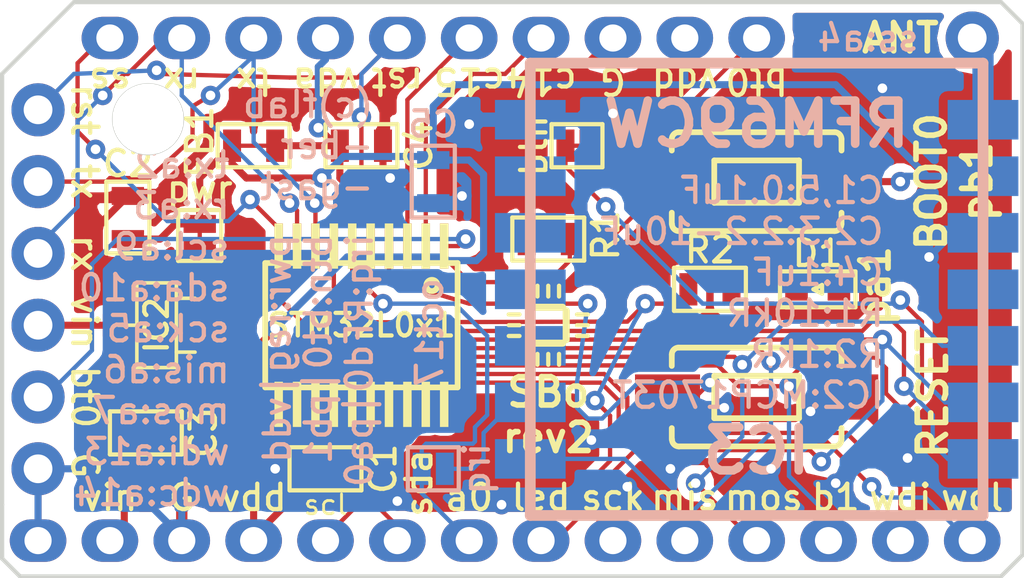
<source format=kicad_pcb>
(kicad_pcb (version 20171130) (host pcbnew 5.1.2)

  (general
    (thickness 1.6)
    (drawings 51)
    (tracks 422)
    (zones 0)
    (modules 23)
    (nets 31)
  )

  (page A4)
  (title_block
    (title "STM32L0x1 sensor board")
    (date 2017-10-24)
    (rev rev2)
    (company flabbergast)
  )

  (layers
    (0 F.Cu signal)
    (31 B.Cu signal)
    (32 B.Adhes user)
    (33 F.Adhes user)
    (34 B.Paste user)
    (35 F.Paste user)
    (36 B.SilkS user)
    (37 F.SilkS user)
    (38 B.Mask user)
    (39 F.Mask user)
    (40 Dwgs.User user)
    (41 Cmts.User user)
    (42 Eco1.User user)
    (43 Eco2.User user)
    (44 Edge.Cuts user)
    (45 Margin user)
    (46 B.CrtYd user)
    (47 F.CrtYd user)
    (48 B.Fab user)
    (49 F.Fab user)
  )

  (setup
    (last_trace_width 0.1524)
    (user_trace_width 0.25)
    (user_trace_width 0.4)
    (user_trace_width 0.75)
    (trace_clearance 0.1524)
    (zone_clearance 0.3048)
    (zone_45_only no)
    (trace_min 0.1524)
    (via_size 0.6858)
    (via_drill 0.34)
    (via_min_size 0.6858)
    (via_min_drill 0.34)
    (uvia_size 0.3)
    (uvia_drill 0.1)
    (uvias_allowed no)
    (uvia_min_size 0.2)
    (uvia_min_drill 0.1)
    (edge_width 0.15)
    (segment_width 0.2)
    (pcb_text_width 0.3)
    (pcb_text_size 1.5 1.5)
    (mod_edge_width 0.15)
    (mod_text_size 1 1)
    (mod_text_width 0.15)
    (pad_size 1.524 1.524)
    (pad_drill 0.762)
    (pad_to_mask_clearance 0.2)
    (aux_axis_origin 135.89 128.27)
    (visible_elements FFFFFF7F)
    (pcbplotparams
      (layerselection 0x010f0_80000001)
      (usegerberextensions false)
      (usegerberattributes false)
      (usegerberadvancedattributes false)
      (creategerberjobfile false)
      (excludeedgelayer true)
      (linewidth 0.100000)
      (plotframeref false)
      (viasonmask false)
      (mode 1)
      (useauxorigin false)
      (hpglpennumber 1)
      (hpglpenspeed 20)
      (hpglpendiameter 15.000000)
      (psnegative false)
      (psa4output false)
      (plotreference true)
      (plotvalue true)
      (plotinvisibletext false)
      (padsonsilk false)
      (subtractmaskfromsilk false)
      (outputformat 1)
      (mirror false)
      (drillshape 0)
      (scaleselection 1)
      (outputdirectory "output/"))
  )

  (net 0 "")
  (net 1 GND)
  (net 2 VIN)
  (net 3 "Net-(IC2-Pad2)")
  (net 4 VDD)
  (net 5 VDDA)
  (net 6 PC14-OSC32_IN)
  (net 7 PC15-OSC32_OUT)
  (net 8 "Net-(D1-Pad2)")
  (net 9 PA13-SWDIO)
  (net 10 PA14-SWCLK)
  (net 11 PA10/SDA)
  (net 12 PA9/SCL)
  (net 13 PB1/BTN)
  (net 14 PA7/MOSI)
  (net 15 PA4/SS)
  (net 16 PA3/RX)
  (net 17 PA2/TX)
  (net 18 PA1/LED)
  (net 19 BOOT0)
  (net 20 NRST)
  (net 21 PA0/ADC)
  (net 22 PA6/MISO)
  (net 23 PA5/SCK)
  (net 24 "Net-(IC3-Pad4)")
  (net 25 "Net-(IC3-Pad1)")
  (net 26 "Net-(IC3-Pad9)")
  (net 27 "Net-(IC3-Pad10)")
  (net 28 "Net-(IC3-Pad11)")
  (net 29 "Net-(IC3-Pad12)")
  (net 30 "Net-(IC3-Pad13)")

  (net_class Default "This is the default net class."
    (clearance 0.1524)
    (trace_width 0.1524)
    (via_dia 0.6858)
    (via_drill 0.34)
    (uvia_dia 0.3)
    (uvia_drill 0.1)
    (add_net BOOT0)
    (add_net GND)
    (add_net NRST)
    (add_net "Net-(D1-Pad2)")
    (add_net "Net-(IC2-Pad2)")
    (add_net "Net-(IC3-Pad1)")
    (add_net "Net-(IC3-Pad10)")
    (add_net "Net-(IC3-Pad11)")
    (add_net "Net-(IC3-Pad12)")
    (add_net "Net-(IC3-Pad13)")
    (add_net "Net-(IC3-Pad4)")
    (add_net "Net-(IC3-Pad9)")
    (add_net PA0/ADC)
    (add_net PA1/LED)
    (add_net PA10/SDA)
    (add_net PA13-SWDIO)
    (add_net PA14-SWCLK)
    (add_net PA2/TX)
    (add_net PA3/RX)
    (add_net PA4/SS)
    (add_net PA5/SCK)
    (add_net PA6/MISO)
    (add_net PA7/MOSI)
    (add_net PA9/SCL)
    (add_net PB1/BTN)
    (add_net PC14-OSC32_IN)
    (add_net PC15-OSC32_OUT)
    (add_net VDD)
    (add_net VDDA)
    (add_net VIN)
  )

  (module flabbergast:HOLE_CIRC_25 (layer F.Cu) (tedit 5D033C27) (tstamp 5D1BF66B)
    (at 141.0462 132.4102)
    (fp_text reference HOLE (at 0 2.286) (layer Dwgs.User) hide
      (effects (font (size 1.27 1.524) (thickness 0.2032)))
    )
    (fp_text value 2.5MM (at 0 4.064) (layer Dwgs.User) hide
      (effects (font (size 1.27 1.524) (thickness 0.2032)))
    )
    (pad "" np_thru_hole circle (at 0 0) (size 2.5 2.5) (drill 2.5) (layers *.Cu))
  )

  (module flabbergast:IC_LOGO (layer F.Cu) (tedit 572485E7) (tstamp 59DC1379)
    (at 155.194 139.7)
    (fp_text reference IC_LOGO (at 0 2.286) (layer Cmts.User) hide
      (effects (font (size 1 1) (thickness 0.15)))
    )
    (fp_text value IC_LOGO (at 0 -2.159) (layer Cmts.User) hide
      (effects (font (size 1 1) (thickness 0.15)))
    )
    (fp_line (start 0 -1.397) (end 0 -1.016) (layer F.SilkS) (width 0.15))
    (fp_line (start 0.381 -1.397) (end 0.381 -1.016) (layer F.SilkS) (width 0.15))
    (fp_line (start -0.381 -1.397) (end -0.381 -1.016) (layer F.SilkS) (width 0.15))
    (fp_line (start -0.381 1.016) (end -0.381 1.397) (layer F.SilkS) (width 0.15))
    (fp_line (start 0.381 1.016) (end 0.381 1.397) (layer F.SilkS) (width 0.15))
    (fp_line (start 0 1.016) (end 0 1.397) (layer F.SilkS) (width 0.15))
    (fp_line (start -1.397 0) (end -1.016 0) (layer F.SilkS) (width 0.15))
    (fp_line (start -1.397 -0.381) (end -1.016 -0.381) (layer F.SilkS) (width 0.15))
    (fp_line (start -1.397 0.381) (end -1.016 0.381) (layer F.SilkS) (width 0.15))
    (fp_line (start 1.016 0.381) (end 1.397 0.381) (layer F.SilkS) (width 0.15))
    (fp_line (start 1.016 -0.381) (end 1.397 -0.381) (layer F.SilkS) (width 0.15))
    (fp_line (start 1.016 0) (end 1.397 0) (layer F.SilkS) (width 0.15))
    (fp_line (start 0.508 0.635) (end -0.508 0.635) (layer F.SilkS) (width 0.25))
    (fp_line (start 0.635 -0.508) (end 0.635 0.508) (layer F.SilkS) (width 0.25))
    (fp_line (start -0.508 -0.635) (end 0.508 -0.635) (layer F.SilkS) (width 0.25))
    (fp_line (start -0.635 0.508) (end -0.635 -0.508) (layer F.SilkS) (width 0.25))
  )

  (module flabbergast:RFM12B (layer B.Cu) (tedit 59DC079E) (tstamp 59DBE4B7)
    (at 162.56 138.43 180)
    (path /59DBF2D1)
    (fp_text reference IC3 (at 0 -5.715 180) (layer B.SilkS)
      (effects (font (size 1.524 1.524) (thickness 0.3048)) (justify mirror))
    )
    (fp_text value RFM69CW (at 0 5.842 180) (layer B.SilkS)
      (effects (font (size 1.524 1.524) (thickness 0.3048)) (justify mirror))
    )
    (fp_line (start 8.001 8.001) (end 8.001 -8.001) (layer B.SilkS) (width 0.381))
    (fp_line (start 8.001 -8.001) (end -8.001 -8.001) (layer B.SilkS) (width 0.381))
    (fp_line (start -8.001 -8.001) (end -8.001 8.001) (layer B.SilkS) (width 0.381))
    (fp_line (start -8.001 8.001) (end 8.001 8.001) (layer B.SilkS) (width 0.381))
    (pad 4 smd rect (at -8.001 0 180) (size 2.49936 1.39954) (layers B.Cu B.Paste B.Mask)
      (net 24 "Net-(IC3-Pad4)") (solder_mask_margin 0.0508))
    (pad 1 smd rect (at -8.001 5.99948 180) (size 2.49936 1.39954) (layers B.Cu B.Paste B.Mask)
      (net 25 "Net-(IC3-Pad1)") (solder_mask_margin 0.0508))
    (pad 2 smd rect (at -8.001 4.0005 180) (size 2.49936 1.39954) (layers B.Cu B.Paste B.Mask)
      (net 4 VDD) (solder_mask_margin 0.0508))
    (pad 3 smd rect (at -8.001 1.99898 180) (size 2.49936 1.39954) (layers B.Cu B.Paste B.Mask)
      (net 1 GND) (solder_mask_margin 0.0508))
    (pad 5 smd rect (at -8.001 -1.99898 180) (size 2.49936 1.39954) (layers B.Cu B.Paste B.Mask)
      (net 14 PA7/MOSI) (solder_mask_margin 0.0508))
    (pad 6 smd rect (at -8.001 -4.0005 180) (size 2.49936 1.39954) (layers B.Cu B.Paste B.Mask)
      (net 23 PA5/SCK) (solder_mask_margin 0.0508))
    (pad 7 smd rect (at -8.001 -5.99948 180) (size 2.49936 1.39954) (layers B.Cu B.Paste B.Mask)
      (net 15 PA4/SS) (solder_mask_margin 0.0508))
    (pad 8 smd rect (at 8.001 -5.99948 180) (size 2.49936 1.39954) (layers B.Cu B.Paste B.Mask)
      (net 22 PA6/MISO) (solder_mask_margin 0.0508))
    (pad 9 smd rect (at 8.001 -4.0005 180) (size 2.49936 1.39954) (layers B.Cu B.Paste B.Mask)
      (net 26 "Net-(IC3-Pad9)") (solder_mask_margin 0.0508))
    (pad 10 smd rect (at 8.001 -1.99898 180) (size 2.49936 1.39954) (layers B.Cu B.Paste B.Mask)
      (net 27 "Net-(IC3-Pad10)") (solder_mask_margin 0.0508))
    (pad 11 smd rect (at 8.001 0 180) (size 2.49936 1.39954) (layers B.Cu B.Paste B.Mask)
      (net 28 "Net-(IC3-Pad11)") (solder_mask_margin 0.0508))
    (pad 12 smd rect (at 8.001 1.99898 180) (size 2.49936 1.39954) (layers B.Cu B.Paste B.Mask)
      (net 29 "Net-(IC3-Pad12)") (solder_mask_margin 0.0508))
    (pad 13 smd rect (at 8.001 4.0005 180) (size 2.49936 1.39954) (layers B.Cu B.Paste B.Mask)
      (net 30 "Net-(IC3-Pad13)") (solder_mask_margin 0.0508))
    (pad 14 smd rect (at 8.001 5.99948 180) (size 2.49936 1.39954) (layers B.Cu B.Paste B.Mask)
      (net 1 GND) (solder_mask_margin 0.0508))
  )

  (module flabbergast:M01_NOSILK (layer F.Cu) (tedit 0) (tstamp 59DBC86B)
    (at 170.18 129.54)
    (path /59DBF31E)
    (fp_text reference U4 (at 0 0) (layer Cmts.User) hide
      (effects (font (size 0 0) (thickness 0.000001)))
    )
    (fp_text value M01 (at 0 0) (layer Eco1.User) hide
      (effects (font (size 0 0) (thickness 0.000001)))
    )
    (fp_line (start -0.254 0.254) (end 0.254 0.254) (layer Cmts.User) (width 0.127))
    (fp_line (start 0.254 0.254) (end 0.254 -0.254) (layer Cmts.User) (width 0.127))
    (fp_line (start 0.254 -0.254) (end -0.254 -0.254) (layer Cmts.User) (width 0.127))
    (fp_line (start -0.254 -0.254) (end -0.254 0.254) (layer Cmts.User) (width 0.127))
    (pad 1 thru_hole oval (at 0 0 90) (size 1.8796 1.8796) (drill 1.016) (layers *.Cu *.Mask)
      (net 25 "Net-(IC3-Pad1)"))
  )

  (module flabbergast:M06_NOSILK (layer F.Cu) (tedit 0) (tstamp 59DBC84A)
    (at 137.16 138.43 90)
    (path /59DB3C9D)
    (fp_text reference U1 (at 0 0 90) (layer Cmts.User) hide
      (effects (font (size 0 0) (thickness 0.000001)))
    )
    (fp_text value FTDI+ (at 0 0 90) (layer Eco1.User) hide
      (effects (font (size 0 0) (thickness 0.000001)))
    )
    (fp_line (start 6.096 0.254) (end 6.604 0.254) (layer Cmts.User) (width 0.127))
    (fp_line (start 6.604 0.254) (end 6.604 -0.254) (layer Cmts.User) (width 0.127))
    (fp_line (start 6.604 -0.254) (end 6.096 -0.254) (layer Cmts.User) (width 0.127))
    (fp_line (start 6.096 -0.254) (end 6.096 0.254) (layer Cmts.User) (width 0.127))
    (fp_line (start 3.556 0.254) (end 4.064 0.254) (layer Cmts.User) (width 0.127))
    (fp_line (start 4.064 0.254) (end 4.064 -0.254) (layer Cmts.User) (width 0.127))
    (fp_line (start 4.064 -0.254) (end 3.556 -0.254) (layer Cmts.User) (width 0.127))
    (fp_line (start 3.556 -0.254) (end 3.556 0.254) (layer Cmts.User) (width 0.127))
    (fp_line (start 1.016 0.254) (end 1.524 0.254) (layer Cmts.User) (width 0.127))
    (fp_line (start 1.524 0.254) (end 1.524 -0.254) (layer Cmts.User) (width 0.127))
    (fp_line (start 1.524 -0.254) (end 1.016 -0.254) (layer Cmts.User) (width 0.127))
    (fp_line (start 1.016 -0.254) (end 1.016 0.254) (layer Cmts.User) (width 0.127))
    (fp_line (start -1.524 0.254) (end -1.016 0.254) (layer Cmts.User) (width 0.127))
    (fp_line (start -1.016 0.254) (end -1.016 -0.254) (layer Cmts.User) (width 0.127))
    (fp_line (start -1.016 -0.254) (end -1.524 -0.254) (layer Cmts.User) (width 0.127))
    (fp_line (start -1.524 -0.254) (end -1.524 0.254) (layer Cmts.User) (width 0.127))
    (fp_line (start -4.064 0.254) (end -3.556 0.254) (layer Cmts.User) (width 0.127))
    (fp_line (start -3.556 0.254) (end -3.556 -0.254) (layer Cmts.User) (width 0.127))
    (fp_line (start -3.556 -0.254) (end -4.064 -0.254) (layer Cmts.User) (width 0.127))
    (fp_line (start -4.064 -0.254) (end -4.064 0.254) (layer Cmts.User) (width 0.127))
    (fp_line (start -6.604 0.254) (end -6.096 0.254) (layer Cmts.User) (width 0.127))
    (fp_line (start -6.096 0.254) (end -6.096 -0.254) (layer Cmts.User) (width 0.127))
    (fp_line (start -6.096 -0.254) (end -6.604 -0.254) (layer Cmts.User) (width 0.127))
    (fp_line (start -6.604 -0.254) (end -6.604 0.254) (layer Cmts.User) (width 0.127))
    (pad 1 thru_hole oval (at -6.35 0 180) (size 1.8796 1.8796) (drill 1.016) (layers *.Cu *.Mask)
      (net 1 GND))
    (pad 2 thru_hole oval (at -3.81 0 180) (size 1.8796 1.8796) (drill 1.016) (layers *.Cu *.Mask)
      (net 19 BOOT0))
    (pad 3 thru_hole oval (at -1.27 0 180) (size 1.8796 1.8796) (drill 1.016) (layers *.Cu *.Mask)
      (net 2 VIN))
    (pad 4 thru_hole oval (at 1.27 0 180) (size 1.8796 1.8796) (drill 1.016) (layers *.Cu *.Mask)
      (net 16 PA3/RX))
    (pad 5 thru_hole oval (at 3.81 0 180) (size 1.8796 1.8796) (drill 1.016) (layers *.Cu *.Mask)
      (net 17 PA2/TX))
    (pad 6 thru_hole oval (at 6.35 0 180) (size 1.8796 1.8796) (drill 1.016) (layers *.Cu *.Mask)
      (net 20 NRST))
  )

  (module flabbergast:TACTILE-SWITCH-SMT-1101NE (layer F.Cu) (tedit 54861D8E) (tstamp 59DBC840)
    (at 162.56 134.62 180)
    (descr "Sparkfun SKU# COM-08229")
    (path /59DB9AAC)
    (fp_text reference S2 (at 0 -2.54 180) (layer Eco1.User)
      (effects (font (size 0.762 0.762) (thickness 0.06096)))
    )
    (fp_text value boot_btn (at 0 2.54 180) (layer Eco1.User)
      (effects (font (size 0.762 0.762) (thickness 0.06096)))
    )
    (fp_line (start -2.99974 -1.09982) (end -2.99974 1.09982) (layer Cmts.User) (width 0.127))
    (fp_line (start 2.99974 -1.09982) (end 2.99974 1.09982) (layer Cmts.User) (width 0.127))
    (fp_arc (start 2.7432 -1.50114) (end 2.7432 -1.75006) (angle 90) (layer F.SilkS) (width 0.2032))
    (fp_line (start -2.74828 -1.74752) (end 2.74828 -1.74752) (layer F.SilkS) (width 0.2032))
    (fp_arc (start -2.74701 -1.50114) (end -2.74701 -1.75006) (angle -90) (layer F.SilkS) (width 0.2032))
    (fp_arc (start 2.74828 1.4986) (end 2.99974 1.4986) (angle 90) (layer F.SilkS) (width 0.2032))
    (fp_line (start 2.74828 1.74752) (end -2.74828 1.74752) (layer F.SilkS) (width 0.2032))
    (fp_arc (start -2.74828 1.4986) (end -2.99974 1.4986) (angle -90) (layer F.SilkS) (width 0.2032))
    (fp_line (start -2.99974 1.4986) (end -2.99974 1.09982) (layer F.SilkS) (width 0.2032))
    (fp_line (start -2.99974 -1.09982) (end -2.99974 -1.4986) (layer F.SilkS) (width 0.2032))
    (fp_line (start 2.99974 -1.09982) (end 2.99974 -1.4986) (layer F.SilkS) (width 0.2032))
    (fp_line (start 2.99974 1.4986) (end 2.99974 1.09982) (layer F.SilkS) (width 0.2032))
    (fp_line (start -1.4986 -0.7493) (end 1.4986 -0.7493) (layer F.SilkS) (width 0.2032))
    (fp_line (start 1.4986 0.7493) (end -1.4986 0.7493) (layer F.SilkS) (width 0.2032))
    (fp_line (start -1.4986 0.7493) (end -1.4986 -0.7493) (layer F.SilkS) (width 0.2032))
    (fp_line (start 1.4986 0.7493) (end 1.4986 -0.7493) (layer F.SilkS) (width 0.2032))
    (fp_line (start -1.99898 0) (end -0.99822 0) (layer Cmts.User) (width 0.127))
    (fp_line (start -0.99822 0) (end 0.09906 -0.49784) (layer Cmts.User) (width 0.127))
    (fp_line (start 0.29972 0) (end 1.99898 0) (layer Cmts.User) (width 0.127))
    (pad 1 smd rect (at -3.1496 0) (size 2.2987 1.59766) (layers F.Cu F.Paste F.Mask)
      (net 4 VDD))
    (pad 2 smd rect (at 3.1496 0) (size 2.2987 1.59766) (layers F.Cu F.Paste F.Mask)
      (net 19 BOOT0))
  )

  (module flabbergast:TACTILE-SWITCH-SMT-1101NE (layer F.Cu) (tedit 54861D8E) (tstamp 59DBC83A)
    (at 162.56 142.24 180)
    (descr "Sparkfun SKU# COM-08229")
    (path /59DB9B16)
    (fp_text reference S1 (at 0 -2.54 180) (layer Eco1.User)
      (effects (font (size 0.762 0.762) (thickness 0.06096)))
    )
    (fp_text value reset_btn (at 0 2.54 180) (layer Eco1.User)
      (effects (font (size 0.762 0.762) (thickness 0.06096)))
    )
    (fp_line (start -2.99974 -1.09982) (end -2.99974 1.09982) (layer Cmts.User) (width 0.127))
    (fp_line (start 2.99974 -1.09982) (end 2.99974 1.09982) (layer Cmts.User) (width 0.127))
    (fp_arc (start 2.7432 -1.50114) (end 2.7432 -1.75006) (angle 90) (layer F.SilkS) (width 0.2032))
    (fp_line (start -2.74828 -1.74752) (end 2.74828 -1.74752) (layer F.SilkS) (width 0.2032))
    (fp_arc (start -2.74701 -1.50114) (end -2.74701 -1.75006) (angle -90) (layer F.SilkS) (width 0.2032))
    (fp_arc (start 2.74828 1.4986) (end 2.99974 1.4986) (angle 90) (layer F.SilkS) (width 0.2032))
    (fp_line (start 2.74828 1.74752) (end -2.74828 1.74752) (layer F.SilkS) (width 0.2032))
    (fp_arc (start -2.74828 1.4986) (end -2.99974 1.4986) (angle -90) (layer F.SilkS) (width 0.2032))
    (fp_line (start -2.99974 1.4986) (end -2.99974 1.09982) (layer F.SilkS) (width 0.2032))
    (fp_line (start -2.99974 -1.09982) (end -2.99974 -1.4986) (layer F.SilkS) (width 0.2032))
    (fp_line (start 2.99974 -1.09982) (end 2.99974 -1.4986) (layer F.SilkS) (width 0.2032))
    (fp_line (start 2.99974 1.4986) (end 2.99974 1.09982) (layer F.SilkS) (width 0.2032))
    (fp_line (start -1.4986 -0.7493) (end 1.4986 -0.7493) (layer F.SilkS) (width 0.2032))
    (fp_line (start 1.4986 0.7493) (end -1.4986 0.7493) (layer F.SilkS) (width 0.2032))
    (fp_line (start -1.4986 0.7493) (end -1.4986 -0.7493) (layer F.SilkS) (width 0.2032))
    (fp_line (start 1.4986 0.7493) (end 1.4986 -0.7493) (layer F.SilkS) (width 0.2032))
    (fp_line (start -1.99898 0) (end -0.99822 0) (layer Cmts.User) (width 0.127))
    (fp_line (start -0.99822 0) (end 0.09906 -0.49784) (layer Cmts.User) (width 0.127))
    (fp_line (start 0.29972 0) (end 1.99898 0) (layer Cmts.User) (width 0.127))
    (pad 1 smd rect (at -3.1496 0) (size 2.2987 1.59766) (layers F.Cu F.Paste F.Mask)
      (net 1 GND))
    (pad 2 smd rect (at 3.1496 0) (size 2.2987 1.59766) (layers F.Cu F.Paste F.Mask)
      (net 20 NRST))
  )

  (module flabbergast:0603 (layer F.Cu) (tedit 59DBFCC3) (tstamp 59DBC834)
    (at 160.909 138.43 180)
    (path /59DB9958)
    (attr smd)
    (fp_text reference R2 (at 0 1.397) (layer F.SilkS)
      (effects (font (size 0.89916 0.89916) (thickness 0.14986)))
    )
    (fp_text value 1kR (at 0 0 180) (layer Cmts.User) hide
      (effects (font (size 0.89916 0.89916) (thickness 0.14986)))
    )
    (fp_line (start -1.27 -0.762) (end 1.27 -0.762) (layer F.SilkS) (width 0.14986))
    (fp_line (start 1.27 -0.762) (end 1.27 0.762) (layer F.SilkS) (width 0.14986))
    (fp_line (start 1.27 0.762) (end -1.27 0.762) (layer F.SilkS) (width 0.14986))
    (fp_line (start -1.27 0.762) (end -1.27 -0.762) (layer F.SilkS) (width 0.14986))
    (pad 1 smd rect (at -0.762 0 180) (size 0.635 1.143) (layers F.Cu F.Paste F.Mask)
      (net 8 "Net-(D1-Pad2)"))
    (pad 2 smd rect (at 0.762 0 180) (size 0.635 1.143) (layers F.Cu F.Paste F.Mask)
      (net 18 PA1/LED))
    (model smd\capacitors\C0603.wrl
      (offset (xyz 0 0 0.02539999961853028))
      (scale (xyz 0.5 0.5 0.5))
      (rotate (xyz 0 0 0))
    )
  )

  (module flabbergast:0603 (layer F.Cu) (tedit 59EF9250) (tstamp 59DBC82E)
    (at 155.194 136.652 180)
    (path /59DB9C63)
    (attr smd)
    (fp_text reference R1 (at -2.032 0.127 90) (layer F.SilkS)
      (effects (font (size 0.89916 0.89916) (thickness 0.14986)))
    )
    (fp_text value 10kR (at 0 0 180) (layer Cmts.User) hide
      (effects (font (size 0.89916 0.89916) (thickness 0.14986)))
    )
    (fp_line (start -1.27 -0.762) (end 1.27 -0.762) (layer F.SilkS) (width 0.14986))
    (fp_line (start 1.27 -0.762) (end 1.27 0.762) (layer F.SilkS) (width 0.14986))
    (fp_line (start 1.27 0.762) (end -1.27 0.762) (layer F.SilkS) (width 0.14986))
    (fp_line (start -1.27 0.762) (end -1.27 -0.762) (layer F.SilkS) (width 0.14986))
    (pad 1 smd rect (at -0.762 0 180) (size 0.635 1.143) (layers F.Cu F.Paste F.Mask)
      (net 19 BOOT0))
    (pad 2 smd rect (at 0.762 0 180) (size 0.635 1.143) (layers F.Cu F.Paste F.Mask)
      (net 1 GND))
    (model smd\capacitors\C0603.wrl
      (offset (xyz 0 0 0.02539999961853028))
      (scale (xyz 0.5 0.5 0.5))
      (rotate (xyz 0 0 0))
    )
  )

  (module flabbergast:SOLDER_JUMPER_OFF (layer B.Cu) (tedit 5723BAED) (tstamp 59DBC828)
    (at 151.13 144.78 180)
    (path /59DBDC8A)
    (attr smd)
    (fp_text reference JP3 (at 0 -1.524 180) (layer Cmts.User)
      (effects (font (size 0.89916 0.89916) (thickness 0.14986)))
    )
    (fp_text value irq (at -1.524 0 90) (layer B.SilkS)
      (effects (font (size 0.89916 0.89916) (thickness 0.14986)) (justify mirror))
    )
    (fp_line (start -0.9 0.762) (end 0.9 0.762) (layer B.SilkS) (width 0.14986))
    (fp_line (start 0.9 0.762) (end 0.9 -0.762) (layer B.SilkS) (width 0.14986))
    (fp_line (start 0.9 -0.762) (end -0.9 -0.762) (layer B.SilkS) (width 0.14986))
    (fp_line (start -0.9 -0.762) (end -0.9 0.762) (layer B.SilkS) (width 0.14986))
    (pad 1 smd rect (at -0.408 0 180) (size 0.635 1.143) (layers B.Cu B.Mask)
      (net 26 "Net-(IC3-Pad9)"))
    (pad 2 smd rect (at 0.408 0 180) (size 0.635 1.143) (layers B.Cu B.Mask)
      (net 21 PA0/ADC))
    (pad "" smd rect (at 0 0 180) (size 0.181 1.143) (layers B.Mask))
    (model smd\resistors\R0603.wrl
      (offset (xyz 0 0 0.02539999961853028))
      (scale (xyz 0.5 0.5 0.5))
      (rotate (xyz 0 0 0))
    )
  )

  (module flabbergast:SOLDER_JUMPER_ON (layer F.Cu) (tedit 5723BAFE) (tstamp 59DBC821)
    (at 156.21 133.35)
    (path /59DBA352)
    (attr smd)
    (fp_text reference JP2 (at 0 1.524 180) (layer Cmts.User)
      (effects (font (size 0.89916 0.89916) (thickness 0.14986)))
    )
    (fp_text value btn (at -1.524 0 90) (layer F.SilkS)
      (effects (font (size 0.89916 0.89916) (thickness 0.14986)))
    )
    (fp_line (start -0.9 -0.762) (end 0.9 -0.762) (layer F.SilkS) (width 0.14986))
    (fp_line (start 0.9 -0.762) (end 0.9 0.762) (layer F.SilkS) (width 0.14986))
    (fp_line (start 0.9 0.762) (end -0.9 0.762) (layer F.SilkS) (width 0.14986))
    (fp_line (start -0.9 0.762) (end -0.9 -0.762) (layer F.SilkS) (width 0.14986))
    (fp_line (start 0.24638 0) (end -0.24638 0) (layer F.Cu) (width 0.14986))
    (pad 1 smd rect (at -0.408 0) (size 0.635 1.143) (layers F.Cu F.Mask)
      (net 13 PB1/BTN))
    (pad 2 smd rect (at 0.408 0) (size 0.635 1.143) (layers F.Cu F.Mask)
      (net 19 BOOT0))
    (pad "" smd rect (at 0 0) (size 0.181 1.143) (layers F.Mask))
    (model smd\resistors\R0603.wrl
      (offset (xyz 0 0 0.02539999961853028))
      (scale (xyz 0.5 0.5 0.5))
      (rotate (xyz 0 0 0))
    )
  )

  (module flabbergast:SOLDER_JUMPER_ON (layer F.Cu) (tedit 59DBF960) (tstamp 59DBC81A)
    (at 142.875 136.525 90)
    (path /59DBCB89)
    (attr smd)
    (fp_text reference JP1 (at 0 1.524 270) (layer Cmts.User)
      (effects (font (size 0.89916 0.89916) (thickness 0.14986)))
    )
    (fp_text value pwr (at 1.651 0 180) (layer F.SilkS)
      (effects (font (size 0.89916 0.89916) (thickness 0.14986)))
    )
    (fp_line (start -0.9 -0.762) (end 0.9 -0.762) (layer F.SilkS) (width 0.14986))
    (fp_line (start 0.9 -0.762) (end 0.9 0.762) (layer F.SilkS) (width 0.14986))
    (fp_line (start 0.9 0.762) (end -0.9 0.762) (layer F.SilkS) (width 0.14986))
    (fp_line (start -0.9 0.762) (end -0.9 -0.762) (layer F.SilkS) (width 0.14986))
    (fp_line (start 0.24638 0) (end -0.24638 0) (layer F.Cu) (width 0.14986))
    (pad 1 smd rect (at -0.408 0 90) (size 0.635 1.143) (layers F.Cu F.Mask)
      (net 3 "Net-(IC2-Pad2)"))
    (pad 2 smd rect (at 0.408 0 90) (size 0.635 1.143) (layers F.Cu F.Mask)
      (net 4 VDD))
    (pad "" smd rect (at 0 0 90) (size 0.181 1.143) (layers F.Mask))
    (model smd\resistors\R0603.wrl
      (offset (xyz 0 0 0.02539999961853028))
      (scale (xyz 0.5 0.5 0.5))
      (rotate (xyz 0 0 0))
    )
  )

  (module flabbergast:SOT23A-3 (layer F.Cu) (tedit 56E90ECC) (tstamp 59DBC801)
    (at 141.351 139.7 90)
    (descr SOT23)
    (path /59DB39E2)
    (attr smd)
    (fp_text reference IC2 (at 0 0 90) (layer F.SilkS)
      (effects (font (size 0.8 0.8) (thickness 0.15)))
    )
    (fp_text value MCP1703T_3LEAD (at 0 0.09906 90) (layer Cmts.User)
      (effects (font (size 0.8 0.8) (thickness 0.15)))
    )
    (fp_line (start 0.9525 0.6985) (end 0.9525 1.3589) (layer F.SilkS) (width 0.127))
    (fp_line (start -0.9525 0.6985) (end -0.9525 1.3589) (layer F.SilkS) (width 0.127))
    (fp_line (start 0 -0.6985) (end 0 -1.3589) (layer F.SilkS) (width 0.127))
    (fp_line (start -1.4986 -0.6985) (end 1.4986 -0.6985) (layer F.SilkS) (width 0.127))
    (fp_line (start 1.4986 -0.6985) (end 1.4986 0.6985) (layer F.SilkS) (width 0.127))
    (fp_line (start 1.4986 0.6985) (end -1.4986 0.6985) (layer F.SilkS) (width 0.127))
    (fp_line (start -1.4986 0.6985) (end -1.4986 -0.6985) (layer F.SilkS) (width 0.127))
    (pad 1 smd rect (at -0.95 1.3 90) (size 0.8 1.2) (layers F.Cu F.Paste F.Mask)
      (net 1 GND))
    (pad 3 smd rect (at 0 -1.3 90) (size 0.8 1.2) (layers F.Cu F.Paste F.Mask)
      (net 2 VIN))
    (pad 2 smd rect (at 0.95 1.3 90) (size 0.8 1.2) (layers F.Cu F.Paste F.Mask)
      (net 3 "Net-(IC2-Pad2)"))
    (model smd/smd_transistors/sot23.wrl
      (at (xyz 0 0 0))
      (scale (xyz 1 1 1))
      (rotate (xyz 0 0 0))
    )
  )

  (module flabbergast:TSSOP20 (layer F.Cu) (tedit 59DC9376) (tstamp 59DBC7FA)
    (at 148.59 139.7 270)
    (path /59DB396F)
    (solder_mask_margin 0.0762)
    (solder_paste_margin -0.0254)
    (attr smd)
    (fp_text reference IC1 (at 0 4.318 270) (layer Cmts.User)
      (effects (font (size 0.762 0.762) (thickness 0.1524)))
    )
    (fp_text value STM32L0x1 (at 0 0) (layer F.SilkS)
      (effects (font (size 0.8 0.8) (thickness 0.15)))
    )
    (fp_circle (center -1.406 -2.492) (end -1.206 -2.492) (layer F.SilkS) (width 0.2032))
    (fp_line (start -2.2 -3.4) (end -2.2 3.4) (layer F.SilkS) (width 0.2032))
    (fp_line (start -2.2 3.4) (end 2.2 3.4) (layer F.SilkS) (width 0.2032))
    (fp_line (start 2.2 3.4) (end 2.2 -3.4) (layer F.SilkS) (width 0.2032))
    (fp_line (start 2.2 -3.4) (end -2.2 -3.4) (layer F.SilkS) (width 0.2032))
    (pad 19 smd rect (at 2.8 -2.275 270) (size 1.6 0.3) (layers F.Cu F.Paste F.SilkS F.Mask)
      (net 9 PA13-SWDIO))
    (pad 20 smd rect (at 2.8 -2.925 270) (size 1.6 0.3) (layers F.Cu F.Paste F.SilkS F.Mask)
      (net 10 PA14-SWCLK))
    (pad 18 smd rect (at 2.8 -1.625 270) (size 1.6 0.3) (layers F.Cu F.Paste F.SilkS F.Mask)
      (net 11 PA10/SDA))
    (pad 17 smd rect (at 2.8 -0.975 270) (size 1.6 0.3) (layers F.Cu F.Paste F.SilkS F.Mask)
      (net 12 PA9/SCL))
    (pad 16 smd rect (at 2.8 -0.325 270) (size 1.6 0.3) (layers F.Cu F.Paste F.SilkS F.Mask)
      (net 4 VDD))
    (pad 15 smd rect (at 2.8 0.325 270) (size 1.6 0.3) (layers F.Cu F.Paste F.SilkS F.Mask)
      (net 1 GND))
    (pad 14 smd rect (at 2.8 0.975 270) (size 1.6 0.3) (layers F.Cu F.Paste F.SilkS F.Mask)
      (net 13 PB1/BTN))
    (pad 13 smd rect (at 2.8 1.625 270) (size 1.6 0.3) (layers F.Cu F.Paste F.SilkS F.Mask)
      (net 14 PA7/MOSI))
    (pad 10 smd rect (at -2.8 2.925 270) (size 1.6 0.3) (layers F.Cu F.Paste F.SilkS F.Mask)
      (net 15 PA4/SS))
    (pad 9 smd rect (at -2.8 2.275 270) (size 1.6 0.3) (layers F.Cu F.Paste F.SilkS F.Mask)
      (net 16 PA3/RX))
    (pad 8 smd rect (at -2.8 1.625 270) (size 1.6 0.3) (layers F.Cu F.Paste F.SilkS F.Mask)
      (net 17 PA2/TX))
    (pad 7 smd rect (at -2.8 0.975 270) (size 1.6 0.3) (layers F.Cu F.Paste F.SilkS F.Mask)
      (net 18 PA1/LED))
    (pad 1 smd rect (at -2.8 -2.925 270) (size 1.6 0.3) (layers F.Cu F.Paste F.SilkS F.Mask)
      (net 19 BOOT0))
    (pad 2 smd rect (at -2.8 -2.275 270) (size 1.6 0.3) (layers F.Cu F.Paste F.SilkS F.Mask)
      (net 6 PC14-OSC32_IN))
    (pad 3 smd rect (at -2.8 -1.625 270) (size 1.6 0.3) (layers F.Cu F.Paste F.SilkS F.Mask)
      (net 7 PC15-OSC32_OUT))
    (pad 4 smd rect (at -2.8 -0.975 270) (size 1.6 0.3) (layers F.Cu F.Paste F.SilkS F.Mask)
      (net 20 NRST))
    (pad 5 smd rect (at -2.8 -0.325 270) (size 1.6 0.3) (layers F.Cu F.Paste F.SilkS F.Mask)
      (net 5 VDDA))
    (pad 6 smd rect (at -2.8 0.325 270) (size 1.6 0.3) (layers F.Cu F.Paste F.SilkS F.Mask)
      (net 21 PA0/ADC))
    (pad 12 smd rect (at 2.8 2.275 270) (size 1.6 0.3) (layers F.Cu F.Paste F.SilkS F.Mask)
      (net 22 PA6/MISO))
    (pad 11 smd rect (at 2.8 2.925 270) (size 1.6 0.3) (layers F.Cu F.Paste F.SilkS F.Mask)
      (net 23 PA5/SCK))
  )

  (module flabbergast:0603_JUMPERED (layer F.Cu) (tedit 59DC0B98) (tstamp 59DBC7E2)
    (at 144.78 133.35 180)
    (path /59DBD4D8)
    (attr smd)
    (fp_text reference FB1 (at 1.905 0.127 90) (layer F.SilkS)
      (effects (font (size 0.89916 0.89916) (thickness 0.14986)))
    )
    (fp_text value FERRITE-BEAD (at 0 0 180) (layer Cmts.User) hide
      (effects (font (size 0.89916 0.89916) (thickness 0.14986)))
    )
    (fp_line (start -1.27 -0.762) (end 1.27 -0.762) (layer F.SilkS) (width 0.14986))
    (fp_line (start 1.27 -0.762) (end 1.27 0.762) (layer F.SilkS) (width 0.14986))
    (fp_line (start 1.27 0.762) (end -1.27 0.762) (layer F.SilkS) (width 0.14986))
    (fp_line (start -1.27 0.762) (end -1.27 -0.762) (layer F.SilkS) (width 0.14986))
    (fp_line (start 0.50038 0) (end -0.50038 0) (layer F.Cu) (width 0.14986))
    (pad 1 smd rect (at -0.762 0 180) (size 0.635 1.143) (layers F.Cu F.Mask)
      (net 5 VDDA))
    (pad 2 smd rect (at 0.762 0 180) (size 0.635 1.143) (layers F.Cu F.Mask)
      (net 4 VDD))
    (pad "" smd rect (at 0 0 180) (size 0.89916 1.143) (layers F.Mask))
    (model smd\resistors\R0603.wrl
      (offset (xyz 0 0 0.02539999961853028))
      (scale (xyz 0.5 0.5 0.5))
      (rotate (xyz 0 0 0))
    )
  )

  (module flabbergast:LED-0603 (layer F.Cu) (tedit 59DBFCC8) (tstamp 59DBC7DB)
    (at 164.719 138.43 180)
    (descr "LED 0603 smd package")
    (tags "LED led 0603 SMD smd SMT smt smdled SMDLED smtled SMTLED")
    (path /59DB99A8)
    (attr smd)
    (fp_text reference D1 (at 0 1.27) (layer F.SilkS)
      (effects (font (size 0.89916 0.89916) (thickness 0.14986)))
    )
    (fp_text value LED (at 0 -1.2065 180) (layer Cmts.User) hide
      (effects (font (size 0.89916 0.89916) (thickness 0.14986)))
    )
    (fp_line (start -0.1524 -0.1524) (end 0.1524 0) (layer F.SilkS) (width 0.14986))
    (fp_line (start 0.1524 0) (end -0.1524 0.1524) (layer F.SilkS) (width 0.14986))
    (fp_line (start -0.1524 0.1524) (end -0.1524 -0.1524) (layer F.SilkS) (width 0.14986))
    (fp_line (start -1.3335 -0.635) (end 1.3335 -0.635) (layer F.SilkS) (width 0.14986))
    (fp_line (start 1.3335 -0.635) (end 1.3335 0.635) (layer F.SilkS) (width 0.14986))
    (fp_line (start 1.3335 0.635) (end -1.3335 0.635) (layer F.SilkS) (width 0.14986))
    (fp_line (start -1.3335 0.635) (end -1.3335 -0.635) (layer F.SilkS) (width 0.14986))
    (pad 1 smd rect (at -0.7493 0 180) (size 0.79756 0.79756) (layers F.Cu F.Paste F.Mask)
      (net 4 VDD))
    (pad 2 smd rect (at 0.7493 0 180) (size 0.79756 0.79756) (layers F.Cu F.Paste F.Mask)
      (net 8 "Net-(D1-Pad2)"))
  )

  (module flabbergast:0603 (layer B.Cu) (tedit 57235F06) (tstamp 59DBC7C9)
    (at 151.13 134.62 270)
    (path /59DBF080)
    (attr smd)
    (fp_text reference C5 (at -2.032 0 180) (layer B.SilkS)
      (effects (font (size 0.89916 0.89916) (thickness 0.14986)) (justify mirror))
    )
    (fp_text value 0.1uF (at 0 0 270) (layer Cmts.User) hide
      (effects (font (size 0.89916 0.89916) (thickness 0.14986)))
    )
    (fp_line (start -1.27 0.762) (end 1.27 0.762) (layer B.SilkS) (width 0.14986))
    (fp_line (start 1.27 0.762) (end 1.27 -0.762) (layer B.SilkS) (width 0.14986))
    (fp_line (start 1.27 -0.762) (end -1.27 -0.762) (layer B.SilkS) (width 0.14986))
    (fp_line (start -1.27 -0.762) (end -1.27 0.762) (layer B.SilkS) (width 0.14986))
    (pad 1 smd rect (at -0.762 0 270) (size 0.635 1.143) (layers B.Cu B.Paste B.Mask)
      (net 4 VDD))
    (pad 2 smd rect (at 0.762 0 270) (size 0.635 1.143) (layers B.Cu B.Paste B.Mask)
      (net 1 GND))
    (model smd\capacitors\C0603.wrl
      (offset (xyz 0 0 0.02539999961853028))
      (scale (xyz 0.5 0.5 0.5))
      (rotate (xyz 0 0 0))
    )
  )

  (module flabbergast:0603_NOPASTE (layer F.Cu) (tedit 59DC0B91) (tstamp 59DBC7C3)
    (at 148.59 133.35)
    (path /59DBD731)
    (attr smd)
    (fp_text reference C4 (at 2.032 0 270) (layer F.SilkS)
      (effects (font (size 0.89916 0.89916) (thickness 0.14986)))
    )
    (fp_text value 1uF (at 0 0) (layer Cmts.User) hide
      (effects (font (size 0.89916 0.89916) (thickness 0.14986)))
    )
    (fp_line (start -1.27 -0.762) (end 1.27 -0.762) (layer F.SilkS) (width 0.14986))
    (fp_line (start 1.27 -0.762) (end 1.27 0.762) (layer F.SilkS) (width 0.14986))
    (fp_line (start 1.27 0.762) (end -1.27 0.762) (layer F.SilkS) (width 0.14986))
    (fp_line (start -1.27 0.762) (end -1.27 -0.762) (layer F.SilkS) (width 0.14986))
    (pad 1 smd rect (at -0.762 0) (size 0.635 1.143) (layers F.Cu F.Mask)
      (net 5 VDDA))
    (pad 2 smd rect (at 0.762 0) (size 0.635 1.143) (layers F.Cu F.Mask)
      (net 1 GND))
    (model smd\capacitors\C0603.wrl
      (offset (xyz 0 0 0.02539999961853028))
      (scale (xyz 0.5 0.5 0.5))
      (rotate (xyz 0 0 0))
    )
  )

  (module flabbergast:0603 (layer F.Cu) (tedit 59DBF9C8) (tstamp 59DBC7BD)
    (at 140.97 143.51)
    (path /59DBE357)
    (attr smd)
    (fp_text reference C3 (at 2.032 0 90) (layer F.SilkS)
      (effects (font (size 0.89916 0.89916) (thickness 0.14986)))
    )
    (fp_text value 10uF (at 0 0) (layer Cmts.User) hide
      (effects (font (size 0.89916 0.89916) (thickness 0.14986)))
    )
    (fp_line (start -1.27 -0.762) (end 1.27 -0.762) (layer F.SilkS) (width 0.14986))
    (fp_line (start 1.27 -0.762) (end 1.27 0.762) (layer F.SilkS) (width 0.14986))
    (fp_line (start 1.27 0.762) (end -1.27 0.762) (layer F.SilkS) (width 0.14986))
    (fp_line (start -1.27 0.762) (end -1.27 -0.762) (layer F.SilkS) (width 0.14986))
    (pad 1 smd rect (at -0.762 0) (size 0.635 1.143) (layers F.Cu F.Paste F.Mask)
      (net 2 VIN))
    (pad 2 smd rect (at 0.762 0) (size 0.635 1.143) (layers F.Cu F.Paste F.Mask)
      (net 1 GND))
    (model smd\capacitors\C0603.wrl
      (offset (xyz 0 0 0.02539999961853028))
      (scale (xyz 0.5 0.5 0.5))
      (rotate (xyz 0 0 0))
    )
  )

  (module flabbergast:0603 (layer F.Cu) (tedit 59DBF969) (tstamp 59DBC7B7)
    (at 140.335 135.89 90)
    (path /59DBE3AA)
    (attr smd)
    (fp_text reference C2 (at 1.905 0 180) (layer F.SilkS)
      (effects (font (size 0.89916 0.89916) (thickness 0.14986)))
    )
    (fp_text value 10uF (at 0 0 90) (layer Cmts.User) hide
      (effects (font (size 0.89916 0.89916) (thickness 0.14986)))
    )
    (fp_line (start -1.27 -0.762) (end 1.27 -0.762) (layer F.SilkS) (width 0.14986))
    (fp_line (start 1.27 -0.762) (end 1.27 0.762) (layer F.SilkS) (width 0.14986))
    (fp_line (start 1.27 0.762) (end -1.27 0.762) (layer F.SilkS) (width 0.14986))
    (fp_line (start -1.27 0.762) (end -1.27 -0.762) (layer F.SilkS) (width 0.14986))
    (pad 1 smd rect (at -0.762 0 90) (size 0.635 1.143) (layers F.Cu F.Paste F.Mask)
      (net 4 VDD))
    (pad 2 smd rect (at 0.762 0 90) (size 0.635 1.143) (layers F.Cu F.Paste F.Mask)
      (net 1 GND))
    (model smd\capacitors\C0603.wrl
      (offset (xyz 0 0 0.02539999961853028))
      (scale (xyz 0.5 0.5 0.5))
      (rotate (xyz 0 0 0))
    )
  )

  (module flabbergast:0603 (layer F.Cu) (tedit 57235F06) (tstamp 59DBC7B1)
    (at 147.32 144.78 180)
    (path /59DBE4A0)
    (attr smd)
    (fp_text reference C1 (at -2.032 0 270) (layer F.SilkS)
      (effects (font (size 0.89916 0.89916) (thickness 0.14986)))
    )
    (fp_text value 0.1uF (at 0 0 180) (layer Cmts.User) hide
      (effects (font (size 0.89916 0.89916) (thickness 0.14986)))
    )
    (fp_line (start -1.27 -0.762) (end 1.27 -0.762) (layer F.SilkS) (width 0.14986))
    (fp_line (start 1.27 -0.762) (end 1.27 0.762) (layer F.SilkS) (width 0.14986))
    (fp_line (start 1.27 0.762) (end -1.27 0.762) (layer F.SilkS) (width 0.14986))
    (fp_line (start -1.27 0.762) (end -1.27 -0.762) (layer F.SilkS) (width 0.14986))
    (pad 1 smd rect (at -0.762 0 180) (size 0.635 1.143) (layers F.Cu F.Paste F.Mask)
      (net 4 VDD))
    (pad 2 smd rect (at 0.762 0 180) (size 0.635 1.143) (layers F.Cu F.Paste F.Mask)
      (net 1 GND))
    (model smd\capacitors\C0603.wrl
      (offset (xyz 0 0 0.02539999961853028))
      (scale (xyz 0.5 0.5 0.5))
      (rotate (xyz 0 0 0))
    )
  )

  (module flabbergast:M14_oval (layer F.Cu) (tedit 59DC861C) (tstamp 59DC88C7)
    (at 170.18 147.32 180)
    (path /59DC6CE3)
    (attr virtual)
    (fp_text reference U2 (at 1.778 -2.032 180) (layer Cmts.User) hide
      (effects (font (size 0.89916 0.89916) (thickness 0.14986)))
    )
    (fp_text value main_conn (at 1.778 1.778 180) (layer Cmts.User) hide
      (effects (font (size 0.89916 0.89916) (thickness 0.14986)))
    )
    (fp_line (start 14.986 0.254) (end 15.494 0.254) (layer Dwgs.User) (width 0.06604))
    (fp_line (start 15.494 0.254) (end 15.494 -0.254) (layer Dwgs.User) (width 0.06604))
    (fp_line (start 14.986 -0.254) (end 15.494 -0.254) (layer Dwgs.User) (width 0.06604))
    (fp_line (start 14.986 0.254) (end 14.986 -0.254) (layer Dwgs.User) (width 0.06604))
    (fp_line (start 12.446 0.254) (end 12.954 0.254) (layer Dwgs.User) (width 0.06604))
    (fp_line (start 12.954 0.254) (end 12.954 -0.254) (layer Dwgs.User) (width 0.06604))
    (fp_line (start 12.446 -0.254) (end 12.954 -0.254) (layer Dwgs.User) (width 0.06604))
    (fp_line (start 12.446 0.254) (end 12.446 -0.254) (layer Dwgs.User) (width 0.06604))
    (fp_line (start 9.906 0.254) (end 10.414 0.254) (layer Dwgs.User) (width 0.06604))
    (fp_line (start 10.414 0.254) (end 10.414 -0.254) (layer Dwgs.User) (width 0.06604))
    (fp_line (start 9.906 -0.254) (end 10.414 -0.254) (layer Dwgs.User) (width 0.06604))
    (fp_line (start 9.906 0.254) (end 9.906 -0.254) (layer Dwgs.User) (width 0.06604))
    (fp_line (start 7.366 0.254) (end 7.874 0.254) (layer Dwgs.User) (width 0.06604))
    (fp_line (start 7.874 0.254) (end 7.874 -0.254) (layer Dwgs.User) (width 0.06604))
    (fp_line (start 7.366 -0.254) (end 7.874 -0.254) (layer Dwgs.User) (width 0.06604))
    (fp_line (start 7.366 0.254) (end 7.366 -0.254) (layer Dwgs.User) (width 0.06604))
    (fp_line (start 4.826 0.254) (end 5.334 0.254) (layer Dwgs.User) (width 0.06604))
    (fp_line (start 5.334 0.254) (end 5.334 -0.254) (layer Dwgs.User) (width 0.06604))
    (fp_line (start 4.826 -0.254) (end 5.334 -0.254) (layer Dwgs.User) (width 0.06604))
    (fp_line (start 4.826 0.254) (end 4.826 -0.254) (layer Dwgs.User) (width 0.06604))
    (fp_line (start 2.286 0.254) (end 2.794 0.254) (layer Dwgs.User) (width 0.06604))
    (fp_line (start 2.794 0.254) (end 2.794 -0.254) (layer Dwgs.User) (width 0.06604))
    (fp_line (start 2.286 -0.254) (end 2.794 -0.254) (layer Dwgs.User) (width 0.06604))
    (fp_line (start 2.286 0.254) (end 2.286 -0.254) (layer Dwgs.User) (width 0.06604))
    (fp_line (start -0.254 0.254) (end 0.254 0.254) (layer Dwgs.User) (width 0.06604))
    (fp_line (start 0.254 0.254) (end 0.254 -0.254) (layer Dwgs.User) (width 0.06604))
    (fp_line (start -0.254 -0.254) (end 0.254 -0.254) (layer Dwgs.User) (width 0.06604))
    (fp_line (start -0.254 0.254) (end -0.254 -0.254) (layer Dwgs.User) (width 0.06604))
    (fp_line (start 32.766 0.254) (end 33.274 0.254) (layer Dwgs.User) (width 0.06604))
    (fp_line (start 33.274 0.254) (end 33.274 -0.254) (layer Dwgs.User) (width 0.06604))
    (fp_line (start 32.766 -0.254) (end 33.274 -0.254) (layer Dwgs.User) (width 0.06604))
    (fp_line (start 32.766 0.254) (end 32.766 -0.254) (layer Dwgs.User) (width 0.06604))
    (fp_line (start 30.226 0.254) (end 30.734 0.254) (layer Dwgs.User) (width 0.06604))
    (fp_line (start 30.734 0.254) (end 30.734 -0.254) (layer Dwgs.User) (width 0.06604))
    (fp_line (start 30.226 -0.254) (end 30.734 -0.254) (layer Dwgs.User) (width 0.06604))
    (fp_line (start 30.226 0.254) (end 30.226 -0.254) (layer Dwgs.User) (width 0.06604))
    (fp_line (start 27.686 0.254) (end 28.194 0.254) (layer Dwgs.User) (width 0.06604))
    (fp_line (start 28.194 0.254) (end 28.194 -0.254) (layer Dwgs.User) (width 0.06604))
    (fp_line (start 27.686 -0.254) (end 28.194 -0.254) (layer Dwgs.User) (width 0.06604))
    (fp_line (start 27.686 0.254) (end 27.686 -0.254) (layer Dwgs.User) (width 0.06604))
    (fp_line (start 25.146 0.254) (end 25.654 0.254) (layer Dwgs.User) (width 0.06604))
    (fp_line (start 25.654 0.254) (end 25.654 -0.254) (layer Dwgs.User) (width 0.06604))
    (fp_line (start 25.146 -0.254) (end 25.654 -0.254) (layer Dwgs.User) (width 0.06604))
    (fp_line (start 25.146 0.254) (end 25.146 -0.254) (layer Dwgs.User) (width 0.06604))
    (fp_line (start 22.606 0.254) (end 23.114 0.254) (layer Dwgs.User) (width 0.06604))
    (fp_line (start 23.114 0.254) (end 23.114 -0.254) (layer Dwgs.User) (width 0.06604))
    (fp_line (start 22.606 -0.254) (end 23.114 -0.254) (layer Dwgs.User) (width 0.06604))
    (fp_line (start 22.606 0.254) (end 22.606 -0.254) (layer Dwgs.User) (width 0.06604))
    (fp_line (start 20.066 0.254) (end 20.574 0.254) (layer Dwgs.User) (width 0.06604))
    (fp_line (start 20.574 0.254) (end 20.574 -0.254) (layer Dwgs.User) (width 0.06604))
    (fp_line (start 20.066 -0.254) (end 20.574 -0.254) (layer Dwgs.User) (width 0.06604))
    (fp_line (start 20.066 0.254) (end 20.066 -0.254) (layer Dwgs.User) (width 0.06604))
    (fp_line (start 17.52346 0.254) (end 18.034 0.254) (layer Dwgs.User) (width 0.06604))
    (fp_line (start 18.034 0.254) (end 18.034 -0.254) (layer Dwgs.User) (width 0.06604))
    (fp_line (start 17.52346 -0.254) (end 18.034 -0.254) (layer Dwgs.User) (width 0.06604))
    (fp_line (start 17.52346 0.254) (end 17.52346 -0.254) (layer Dwgs.User) (width 0.06604))
    (pad 1 thru_hole oval (at 0 0 180) (size 2 1.5) (drill 0.96) (layers *.Cu *.Mask)
      (net 10 PA14-SWCLK))
    (pad 2 thru_hole oval (at 2.54 0 180) (size 2 1.5) (drill 0.96) (layers *.Cu *.Mask)
      (net 9 PA13-SWDIO))
    (pad 3 thru_hole oval (at 5.08 0 180) (size 2 1.5) (drill 0.96) (layers *.Cu *.Mask)
      (net 13 PB1/BTN))
    (pad 4 thru_hole oval (at 7.62 0 180) (size 2 1.5) (drill 0.96) (layers *.Cu *.Mask)
      (net 14 PA7/MOSI))
    (pad 5 thru_hole oval (at 10.16 0 180) (size 2 1.5) (drill 0.96) (layers *.Cu *.Mask)
      (net 22 PA6/MISO))
    (pad 6 thru_hole oval (at 12.7 0 180) (size 2 1.5) (drill 0.96) (layers *.Cu *.Mask)
      (net 23 PA5/SCK))
    (pad 7 thru_hole oval (at 15.24 0 180) (size 2 1.5) (drill 0.96) (layers *.Cu *.Mask)
      (net 18 PA1/LED))
    (pad 8 thru_hole oval (at 17.78 0 180) (size 2 1.5) (drill 0.96) (layers *.Cu *.Mask)
      (net 21 PA0/ADC))
    (pad 9 thru_hole oval (at 20.32 0 180) (size 2 1.5) (drill 0.96) (layers *.Cu *.Mask)
      (net 11 PA10/SDA))
    (pad 10 thru_hole oval (at 22.86 0 180) (size 2 1.5) (drill 0.96) (layers *.Cu *.Mask)
      (net 12 PA9/SCL))
    (pad 11 thru_hole oval (at 25.4 0 180) (size 2 1.5) (drill 0.96) (layers *.Cu *.Mask)
      (net 4 VDD))
    (pad 12 thru_hole oval (at 27.94 0 180) (size 2 1.5) (drill 0.96) (layers *.Cu *.Mask)
      (net 1 GND))
    (pad 13 thru_hole oval (at 30.48 0 180) (size 2 1.5) (drill 0.96) (layers *.Cu *.Mask)
      (net 2 VIN))
    (pad 14 thru_hole oval (at 33.02 0 180) (size 2 1.5) (drill 0.96) (layers *.Cu *.Mask)
      (net 1 GND))
  )

  (module flabbergast:M10_oval (layer F.Cu) (tedit 59DC861D) (tstamp 59DCAC64)
    (at 139.7 129.54)
    (path /59DC9DEC)
    (attr virtual)
    (fp_text reference U3 (at 1.778 -2.032) (layer Cmts.User) hide
      (effects (font (size 0.89916 0.89916) (thickness 0.14986)))
    )
    (fp_text value aux_conn (at 1.778 1.778) (layer Cmts.User) hide
      (effects (font (size 0.89916 0.89916) (thickness 0.14986)))
    )
    (fp_line (start 22.606 0.254) (end 23.114 0.254) (layer Dwgs.User) (width 0.06604))
    (fp_line (start 22.606 0.254) (end 22.606 -0.254) (layer Dwgs.User) (width 0.06604))
    (fp_line (start 23.114 0.254) (end 23.114 -0.254) (layer Dwgs.User) (width 0.06604))
    (fp_line (start 22.606 -0.254) (end 23.114 -0.254) (layer Dwgs.User) (width 0.06604))
    (fp_line (start 14.986 0.254) (end 15.494 0.254) (layer Dwgs.User) (width 0.06604))
    (fp_line (start 15.494 0.254) (end 15.494 -0.254) (layer Dwgs.User) (width 0.06604))
    (fp_line (start 14.986 -0.254) (end 15.494 -0.254) (layer Dwgs.User) (width 0.06604))
    (fp_line (start 14.986 0.254) (end 14.986 -0.254) (layer Dwgs.User) (width 0.06604))
    (fp_line (start 12.446 0.254) (end 12.954 0.254) (layer Dwgs.User) (width 0.06604))
    (fp_line (start 12.954 0.254) (end 12.954 -0.254) (layer Dwgs.User) (width 0.06604))
    (fp_line (start 12.446 -0.254) (end 12.954 -0.254) (layer Dwgs.User) (width 0.06604))
    (fp_line (start 12.446 0.254) (end 12.446 -0.254) (layer Dwgs.User) (width 0.06604))
    (fp_line (start 9.906 0.254) (end 10.414 0.254) (layer Dwgs.User) (width 0.06604))
    (fp_line (start 10.414 0.254) (end 10.414 -0.254) (layer Dwgs.User) (width 0.06604))
    (fp_line (start 9.906 -0.254) (end 10.414 -0.254) (layer Dwgs.User) (width 0.06604))
    (fp_line (start 9.906 0.254) (end 9.906 -0.254) (layer Dwgs.User) (width 0.06604))
    (fp_line (start 7.366 0.254) (end 7.874 0.254) (layer Dwgs.User) (width 0.06604))
    (fp_line (start 7.874 0.254) (end 7.874 -0.254) (layer Dwgs.User) (width 0.06604))
    (fp_line (start 7.366 -0.254) (end 7.874 -0.254) (layer Dwgs.User) (width 0.06604))
    (fp_line (start 7.366 0.254) (end 7.366 -0.254) (layer Dwgs.User) (width 0.06604))
    (fp_line (start 4.826 0.254) (end 5.334 0.254) (layer Dwgs.User) (width 0.06604))
    (fp_line (start 5.334 0.254) (end 5.334 -0.254) (layer Dwgs.User) (width 0.06604))
    (fp_line (start 4.826 -0.254) (end 5.334 -0.254) (layer Dwgs.User) (width 0.06604))
    (fp_line (start 4.826 0.254) (end 4.826 -0.254) (layer Dwgs.User) (width 0.06604))
    (fp_line (start 2.286 0.254) (end 2.794 0.254) (layer Dwgs.User) (width 0.06604))
    (fp_line (start 2.794 0.254) (end 2.794 -0.254) (layer Dwgs.User) (width 0.06604))
    (fp_line (start 2.286 -0.254) (end 2.794 -0.254) (layer Dwgs.User) (width 0.06604))
    (fp_line (start 2.286 0.254) (end 2.286 -0.254) (layer Dwgs.User) (width 0.06604))
    (fp_line (start -0.254 0.254) (end 0.254 0.254) (layer Dwgs.User) (width 0.06604))
    (fp_line (start 0.254 0.254) (end 0.254 -0.254) (layer Dwgs.User) (width 0.06604))
    (fp_line (start -0.254 -0.254) (end 0.254 -0.254) (layer Dwgs.User) (width 0.06604))
    (fp_line (start -0.254 0.254) (end -0.254 -0.254) (layer Dwgs.User) (width 0.06604))
    (fp_line (start 20.066 0.254) (end 20.574 0.254) (layer Dwgs.User) (width 0.06604))
    (fp_line (start 20.574 0.254) (end 20.574 -0.254) (layer Dwgs.User) (width 0.06604))
    (fp_line (start 20.066 -0.254) (end 20.574 -0.254) (layer Dwgs.User) (width 0.06604))
    (fp_line (start 20.066 0.254) (end 20.066 -0.254) (layer Dwgs.User) (width 0.06604))
    (fp_line (start 17.52346 0.254) (end 18.034 0.254) (layer Dwgs.User) (width 0.06604))
    (fp_line (start 18.034 0.254) (end 18.034 -0.254) (layer Dwgs.User) (width 0.06604))
    (fp_line (start 17.52346 -0.254) (end 18.034 -0.254) (layer Dwgs.User) (width 0.06604))
    (fp_line (start 17.52346 0.254) (end 17.52346 -0.254) (layer Dwgs.User) (width 0.06604))
    (pad 1 thru_hole oval (at 0 0) (size 2 1.5) (drill 0.96) (layers *.Cu *.Mask)
      (net 15 PA4/SS))
    (pad 2 thru_hole oval (at 2.54 0) (size 2 1.5) (drill 0.96) (layers *.Cu *.Mask)
      (net 16 PA3/RX))
    (pad 3 thru_hole oval (at 5.08 0) (size 2 1.5) (drill 0.96) (layers *.Cu *.Mask)
      (net 17 PA2/TX))
    (pad 4 thru_hole oval (at 7.62 0) (size 2 1.5) (drill 0.96) (layers *.Cu *.Mask)
      (net 5 VDDA))
    (pad 5 thru_hole oval (at 10.16 0) (size 2 1.5) (drill 0.96) (layers *.Cu *.Mask)
      (net 20 NRST))
    (pad 6 thru_hole oval (at 12.7 0) (size 2 1.5) (drill 0.96) (layers *.Cu *.Mask)
      (net 7 PC15-OSC32_OUT))
    (pad 7 thru_hole oval (at 15.24 0) (size 2 1.5) (drill 0.96) (layers *.Cu *.Mask)
      (net 6 PC14-OSC32_IN))
    (pad 8 thru_hole oval (at 17.78 0) (size 2 1.5) (drill 0.96) (layers *.Cu *.Mask)
      (net 1 GND))
    (pad 9 thru_hole oval (at 20.32 0) (size 2 1.5) (drill 0.96) (layers *.Cu *.Mask)
      (net 4 VDD))
    (pad 10 thru_hole oval (at 22.86 0) (size 2 1.5) (drill 0.96) (layers *.Cu *.Mask)
      (net 19 BOOT0))
  )

  (gr_circle (center 141.048 132.412) (end 142.248 132.412) (layer Edge.Cuts) (width 0.15))
  (gr_text vda (at 147.32 131.064 180) (layer F.SilkS)
    (effects (font (size 0.9 0.9) (thickness 0.15)))
  )
  (gr_text vdd (at 160.02 131.064 180) (layer F.SilkS)
    (effects (font (size 0.9 0.9) (thickness 0.15)))
  )
  (gr_text scl (at 147.32 146.05) (layer F.SilkS)
    (effects (font (size 0.7 0.7) (thickness 0.1)))
  )
  (gr_text ss:a4 (at 166.497 129.54) (layer B.SilkS)
    (effects (font (size 0.9 0.9) (thickness 0.15)) (justify mirror))
  )
  (gr_line (start 136.525 148.59) (end 171.196 148.59) (angle 90) (layer Edge.Cuts) (width 0.15))
  (gr_line (start 171.196 128.27) (end 138.43 128.27) (angle 90) (layer Edge.Cuts) (width 0.15))
  (gr_line (start 171.958 129.032) (end 171.196 128.27) (angle 90) (layer Edge.Cuts) (width 0.15))
  (gr_line (start 171.958 129.54) (end 171.958 129.032) (angle 90) (layer Edge.Cuts) (width 0.15))
  (gr_line (start 171.958 147.828) (end 171.958 129.54) (angle 90) (layer Edge.Cuts) (width 0.15))
  (gr_line (start 171.196 148.59) (end 171.958 147.828) (angle 90) (layer Edge.Cuts) (width 0.15))
  (gr_line (start 135.89 147.955) (end 135.89 146.05) (angle 90) (layer Edge.Cuts) (width 0.15))
  (gr_line (start 136.525 148.59) (end 135.89 147.955) (angle 90) (layer Edge.Cuts) (width 0.15))
  (gr_text oct17 (at 151.003 139.954 90) (layer B.SilkS)
    (effects (font (size 0.9 0.9) (thickness 0.15)) (justify mirror))
  )
  (gr_text "(c)flab\n-ber\n-gast" (at 149.098 133.35) (layer B.SilkS)
    (effects (font (size 0.9 0.9) (thickness 0.15)) (justify left mirror))
  )
  (gr_text "SBo\nrev2" (at 155.194 142.875) (layer F.SilkS)
    (effects (font (size 1 1) (thickness 0.2)))
  )
  (gr_text "pwr:reg|vdd\nbtn:bt0|pb1\nirq:RFd0|pa0" (at 147.066 136.398 90) (layer B.SilkS)
    (effects (font (size 0.9 0.9) (thickness 0.15)) (justify left mirror))
  )
  (gr_text "C1,5:0.1uF\nC2,3:2.2-10uF\nC4:1uF\nR1:10kR\nR2:1kR\nIC2:MCP1703T\n" (at 167.132 138.557) (layer B.SilkS)
    (effects (font (size 0.9 0.9) (thickness 0.15)) (justify left mirror))
  )
  (gr_text "tx:a2\nrx:a3\nscl:a9\nsda:a10\nsck:a5\nmis:a6\nmos:a7\nwdi:a13\nwdc:a14\n" (at 144.018 139.827) (layer B.SilkS)
    (effects (font (size 0.9 0.9) (thickness 0.15)) (justify left mirror))
  )
  (gr_text bt0 (at 162.56 131.064 180) (layer F.SilkS)
    (effects (font (size 0.9 0.9) (thickness 0.15)))
  )
  (gr_text G (at 157.48 131.064 180) (layer F.SilkS)
    (effects (font (size 0.9 0.9) (thickness 0.15)))
  )
  (gr_text c14 (at 154.94 131.064 180) (layer F.SilkS)
    (effects (font (size 0.9 0.9) (thickness 0.15)))
  )
  (gr_text c15 (at 152.4 131.064 180) (layer F.SilkS)
    (effects (font (size 0.9 0.9) (thickness 0.15)))
  )
  (gr_text rst (at 149.86 131.064 180) (layer F.SilkS)
    (effects (font (size 0.9 0.9) (thickness 0.15)))
  )
  (gr_text tx (at 144.78 131.064 180) (layer F.SilkS)
    (effects (font (size 0.9 0.9) (thickness 0.15)))
  )
  (gr_text rx (at 142.24 131.064 180) (layer F.SilkS)
    (effects (font (size 0.9 0.9) (thickness 0.15)))
  )
  (gr_text ss (at 139.7 131.064 180) (layer F.SilkS)
    (effects (font (size 0.9 0.9) (thickness 0.15)))
  )
  (gr_text rst (at 138.811 132.08 270) (layer F.SilkS)
    (effects (font (size 0.9 0.9) (thickness 0.15)))
  )
  (gr_text tx (at 138.811 134.62 270) (layer F.SilkS)
    (effects (font (size 0.9 0.9) (thickness 0.15)))
  )
  (gr_text rx (at 138.811 137.16 270) (layer F.SilkS)
    (effects (font (size 0.9 0.9) (thickness 0.15)))
  )
  (gr_text vin (at 138.811 139.573 270) (layer F.SilkS)
    (effects (font (size 0.9 0.9) (thickness 0.15)))
  )
  (gr_text bt0 (at 138.811 142.24 270) (layer F.SilkS)
    (effects (font (size 0.9 0.9) (thickness 0.15)))
  )
  (gr_text G (at 138.811 144.653 270) (layer F.SilkS)
    (effects (font (size 0.9 0.9) (thickness 0.15)))
  )
  (gr_text vin (at 139.7 145.796) (layer F.SilkS)
    (effects (font (size 0.9 0.9) (thickness 0.15)))
  )
  (gr_text G (at 142.24 145.796) (layer F.SilkS)
    (effects (font (size 0.9 0.9) (thickness 0.15)))
  )
  (gr_text vdd (at 144.78 145.796) (layer F.SilkS)
    (effects (font (size 0.9 0.9) (thickness 0.15)))
  )
  (gr_text sda (at 150.622 145.288 90) (layer F.SilkS)
    (effects (font (size 0.9 0.9) (thickness 0.15)))
  )
  (gr_text a0 (at 152.4 145.796) (layer F.SilkS)
    (effects (font (size 0.9 0.9) (thickness 0.15)))
  )
  (gr_text led (at 154.94 145.796) (layer F.SilkS)
    (effects (font (size 0.9 0.9) (thickness 0.15)))
  )
  (gr_text sck (at 157.48 145.796) (layer F.SilkS)
    (effects (font (size 0.9 0.9) (thickness 0.15)))
  )
  (gr_text mis (at 160.02 145.796) (layer F.SilkS)
    (effects (font (size 0.9 0.9) (thickness 0.15)))
  )
  (gr_text mos (at 162.814 145.796) (layer F.SilkS)
    (effects (font (size 0.9 0.9) (thickness 0.15)))
  )
  (gr_text b1 (at 165.354 145.796) (layer F.SilkS)
    (effects (font (size 0.9 0.9) (thickness 0.15)))
  )
  (gr_text wdi (at 167.64 145.796) (layer F.SilkS)
    (effects (font (size 0.9 0.9) (thickness 0.15)))
  )
  (gr_text wcl (at 170.18 145.796) (layer F.SilkS)
    (effects (font (size 0.9 0.9) (thickness 0.15)))
  )
  (gr_text pa1 (at 166.751 138.303 90) (layer F.SilkS)
    (effects (font (size 1 1) (thickness 0.2)))
  )
  (gr_text ANT (at 167.64 129.54) (layer F.SilkS)
    (effects (font (size 1 1) (thickness 0.2)))
  )
  (gr_text "BOOT0\npb1" (at 169.545 134.62 90) (layer F.SilkS)
    (effects (font (size 1 1) (thickness 0.2)))
  )
  (gr_text RESET (at 168.783 142.113 90) (layer F.SilkS)
    (effects (font (size 1 1) (thickness 0.2)))
  )
  (gr_line (start 135.89 130.81) (end 135.89 146.05) (angle 90) (layer Edge.Cuts) (width 0.15))
  (gr_line (start 138.43 128.27) (end 135.89 130.81) (angle 90) (layer Edge.Cuts) (width 0.15))

  (segment (start 137.16 147.32) (end 137.16 144.78) (width 0.25) (layer F.Cu) (net 1) (status C00000))
  (segment (start 153.543 146.05) (end 149.987 146.05) (width 0.25) (layer F.Cu) (net 1))
  (segment (start 146.558 145.796) (end 145.542 144.78) (width 0.25) (layer B.Cu) (net 1) (tstamp 59EF99D4))
  (segment (start 149.733 145.796) (end 146.558 145.796) (width 0.25) (layer B.Cu) (net 1) (tstamp 59EF99D3))
  (segment (start 149.86 145.923) (end 149.733 145.796) (width 0.25) (layer B.Cu) (net 1) (tstamp 59EF99D2))
  (via (at 149.86 145.923) (size 0.6858) (drill 0.34) (layers F.Cu B.Cu) (net 1))
  (segment (start 149.987 146.05) (end 149.86 145.923) (width 0.25) (layer F.Cu) (net 1) (tstamp 59EF99D0))
  (segment (start 156.718 143.764) (end 155.829 143.764) (width 0.25) (layer F.Cu) (net 1))
  (segment (start 161.544 142.748) (end 161.417 142.621) (width 0.25) (layer F.Cu) (net 1) (tstamp 59DBFC17))
  (via (at 161.417 142.621) (size 0.6858) (drill 0.34) (layers F.Cu B.Cu) (net 1))
  (segment (start 161.417 142.621) (end 160.274 143.764) (width 0.25) (layer B.Cu) (net 1) (tstamp 59DBFC1E))
  (segment (start 160.274 143.764) (end 156.718 143.764) (width 0.25) (layer B.Cu) (net 1) (tstamp 59DBFC1F))
  (segment (start 164.973 142.24) (end 164.465 142.748) (width 0.25) (layer F.Cu) (net 1) (tstamp 59DBFBA6) (status 20))
  (via (at 164.465 142.748) (size 0.6858) (drill 0.34) (layers F.Cu B.Cu) (net 1))
  (segment (start 159.512 144.78) (end 158.623 144.78) (width 0.25) (layer F.Cu) (net 1))
  (segment (start 161.925 144.526) (end 160.909 144.526) (width 0.25) (layer F.Cu) (net 1) (tstamp 59DBFADE))
  (segment (start 160.909 144.526) (end 159.766 144.526) (width 0.25) (layer F.Cu) (net 1) (tstamp 59DBFAE0))
  (segment (start 159.766 144.526) (end 159.512 144.78) (width 0.25) (layer F.Cu) (net 1) (tstamp 59DBFAE4))
  (via (at 159.512 144.78) (size 0.6858) (drill 0.34) (layers F.Cu B.Cu) (net 1))
  (segment (start 167.894 144.399) (end 166.243 144.399) (width 0.25) (layer B.Cu) (net 1))
  (segment (start 167.0685 143.5735) (end 167.894 144.399) (width 0.25) (layer F.Cu) (net 1) (tstamp 59DBFA76))
  (via (at 167.894 144.399) (size 0.6858) (drill 0.34) (layers F.Cu B.Cu) (net 1))
  (segment (start 167.0685 143.5735) (end 167.0685 143.4465) (width 0.25) (layer F.Cu) (net 1))
  (via (at 163.068 144.78) (size 0.6858) (drill 0.34) (layers F.Cu B.Cu) (net 1))
  (segment (start 165.354 145.288) (end 163.068 144.78) (width 0.25) (layer F.Cu) (net 1) (tstamp 59DBFA9F))
  (via (at 165.354 145.288) (size 0.6858) (drill 0.34) (layers F.Cu B.Cu) (net 1))
  (segment (start 166.243 144.399) (end 165.354 145.288) (width 0.25) (layer B.Cu) (net 1) (tstamp 59DBFA96))
  (segment (start 163.068 144.78) (end 161.925 144.526) (width 0.25) (layer F.Cu) (net 1))
  (via (at 156.718 143.764) (size 0.6858) (drill 0.34) (layers F.Cu B.Cu) (net 1))
  (via (at 157.988 145.415) (size 0.6858) (drill 0.34) (layers F.Cu B.Cu) (net 1))
  (segment (start 158.623 144.78) (end 157.988 145.415) (width 0.25) (layer F.Cu) (net 1) (tstamp 59DBFAF5))
  (segment (start 164.465 142.748) (end 161.544 142.748) (width 0.25) (layer F.Cu) (net 1))
  (segment (start 157.48 145.923) (end 157.988 145.415) (width 0.25) (layer B.Cu) (net 1) (tstamp 59EF99C4))
  (segment (start 153.67 145.923) (end 157.48 145.923) (width 0.25) (layer B.Cu) (net 1) (tstamp 59EF99C3))
  (segment (start 153.543 146.05) (end 153.67 145.923) (width 0.25) (layer B.Cu) (net 1) (tstamp 59EF99C2))
  (via (at 153.543 146.05) (size 0.6858) (drill 0.34) (layers F.Cu B.Cu) (net 1))
  (segment (start 155.829 143.764) (end 153.543 146.05) (width 0.25) (layer F.Cu) (net 1) (tstamp 59EF99C0))
  (segment (start 140.335 135.128) (end 141.478 135.128) (width 0.25) (layer F.Cu) (net 1))
  (segment (start 149.352 131.953) (end 149.352 133.35) (width 0.25) (layer F.Cu) (net 1) (tstamp 59EF9905))
  (segment (start 148.844 131.445) (end 149.352 131.953) (width 0.25) (layer F.Cu) (net 1) (tstamp 59EF9904))
  (segment (start 148.082 131.445) (end 148.844 131.445) (width 0.25) (layer F.Cu) (net 1) (tstamp 59EF9903))
  (segment (start 147.701 131.826) (end 148.082 131.445) (width 0.25) (layer F.Cu) (net 1) (tstamp 59EF9902))
  (segment (start 144.145 131.826) (end 147.701 131.826) (width 0.25) (layer F.Cu) (net 1) (tstamp 59EF9901))
  (segment (start 143.256 132.715) (end 144.145 131.826) (width 0.25) (layer F.Cu) (net 1) (tstamp 59EF9900))
  (segment (start 143.256 133.35) (end 143.256 132.715) (width 0.25) (layer F.Cu) (net 1) (tstamp 59EF98FF))
  (segment (start 141.478 135.128) (end 143.256 133.35) (width 0.25) (layer F.Cu) (net 1) (tstamp 59EF98FD))
  (segment (start 157.48 129.54) (end 157.48 132.207) (width 0.25) (layer F.Cu) (net 1))
  (segment (start 167.513 136.144) (end 168.656 137.287) (width 0.25) (layer B.Cu) (net 1) (tstamp 59DCACED))
  (segment (start 161.417 136.144) (end 167.513 136.144) (width 0.25) (layer B.Cu) (net 1) (tstamp 59DCACEB))
  (segment (start 157.48 132.207) (end 161.417 136.144) (width 0.25) (layer B.Cu) (net 1) (tstamp 59DCACEA))
  (via (at 157.48 132.207) (size 0.6858) (drill 0.34) (layers F.Cu B.Cu) (net 1))
  (segment (start 152.4 132.588) (end 154.432 132.588) (width 0.25) (layer F.Cu) (net 1))
  (segment (start 154.432 132.588) (end 157.48 129.54) (width 0.25) (layer F.Cu) (net 1) (tstamp 59DCACE4))
  (segment (start 168.656 137.287) (end 168.656 132.969) (width 0.4) (layer F.Cu) (net 1))
  (segment (start 168.656 132.969) (end 167.005 131.318) (width 0.4) (layer F.Cu) (net 1) (tstamp 59DC7E43))
  (via (at 167.005 131.318) (size 0.6858) (drill 0.34) (layers F.Cu B.Cu) (net 1))
  (segment (start 142.24 147.193) (end 142.24 145.288) (width 0.4) (layer F.Cu) (net 1))
  (segment (start 141.732 144.78) (end 141.732 143.51) (width 0.4) (layer F.Cu) (net 1) (tstamp 59DC7DB6))
  (segment (start 142.24 145.288) (end 141.732 144.78) (width 0.4) (layer F.Cu) (net 1) (tstamp 59DC7DB1))
  (segment (start 137.16 147.193) (end 137.16 144.78) (width 0.25) (layer B.Cu) (net 1))
  (segment (start 142.651 140.65) (end 141.798 140.65) (width 0.25) (layer F.Cu) (net 1))
  (segment (start 139.954 138.176) (end 139.319 137.541) (width 0.25) (layer F.Cu) (net 1) (tstamp 59DC03D1))
  (segment (start 139.319 136.144) (end 140.335 135.128) (width 0.25) (layer F.Cu) (net 1) (tstamp 59DBF77E) (status 20))
  (segment (start 139.319 137.541) (end 139.319 136.144) (width 0.25) (layer F.Cu) (net 1) (tstamp 59DBF778))
  (segment (start 140.462 138.176) (end 139.954 138.176) (width 0.25) (layer F.Cu) (net 1) (tstamp 59DC13F2))
  (segment (start 141.351 139.065) (end 140.462 138.176) (width 0.25) (layer F.Cu) (net 1) (tstamp 59DC13F1))
  (segment (start 141.351 140.203) (end 141.351 139.065) (width 0.25) (layer F.Cu) (net 1) (tstamp 59DC13F0))
  (segment (start 141.798 140.65) (end 141.351 140.203) (width 0.25) (layer F.Cu) (net 1) (tstamp 59DC13EF))
  (segment (start 142.651 140.65) (end 142.651 140.492) (width 0.25) (layer F.Cu) (net 1))
  (segment (start 165.7096 142.24) (end 164.973 142.24) (width 0.25) (layer F.Cu) (net 1) (status 30))
  (segment (start 140.335 135.128) (end 140.589 135.128) (width 0.25) (layer F.Cu) (net 1) (status 30))
  (segment (start 142.27 140.65) (end 142.27 140.492) (width 0.25) (layer F.Cu) (net 1) (status 30))
  (segment (start 141.732 143.51) (end 141.732 140.716) (width 0.25) (layer F.Cu) (net 1) (status 10))
  (segment (start 141.732 140.716) (end 142.27 140.65) (width 0.25) (layer F.Cu) (net 1) (tstamp 59DBF758) (status 20))
  (segment (start 151.13 135.382) (end 151.765 135.382) (width 0.25) (layer B.Cu) (net 1) (status 10))
  (segment (start 151.765 135.382) (end 152.146 135.128) (width 0.25) (layer B.Cu) (net 1) (tstamp 59DBF573))
  (via (at 152.146 135.128) (size 0.6858) (drill 0.34) (layers F.Cu B.Cu) (net 1))
  (segment (start 152.146 135.128) (end 152.4 134.874) (width 0.25) (layer F.Cu) (net 1) (tstamp 59DBF577))
  (segment (start 152.4 134.874) (end 152.4 132.588) (width 0.25) (layer F.Cu) (net 1) (tstamp 59DBF578))
  (segment (start 152.55748 132.43052) (end 154.559 132.43052) (width 0.25) (layer B.Cu) (net 1) (tstamp 59DBF57F) (status 20))
  (via (at 152.4 132.588) (size 0.6858) (drill 0.34) (layers F.Cu B.Cu) (net 1))
  (segment (start 152.4 132.588) (end 152.55748 132.43052) (width 0.25) (layer B.Cu) (net 1) (tstamp 59DBF57E))
  (segment (start 165.7096 142.24) (end 165.862 142.24) (width 0.25) (layer F.Cu) (net 1) (status 30))
  (segment (start 165.862 142.24) (end 167.0685 143.4465) (width 0.25) (layer F.Cu) (net 1) (tstamp 59DBF541) (status 10))
  (segment (start 167.0685 143.4465) (end 167.132 143.51) (width 0.25) (layer F.Cu) (net 1) (tstamp 59DBFA74))
  (segment (start 167.132 143.51) (end 168.402 143.51) (width 0.25) (layer F.Cu) (net 1) (tstamp 59DBF543))
  (segment (start 168.402 143.51) (end 169.672 142.24) (width 0.25) (layer F.Cu) (net 1) (tstamp 59DBF546))
  (segment (start 169.672 142.24) (end 169.672 138.303) (width 0.25) (layer F.Cu) (net 1) (tstamp 59DBF548))
  (segment (start 169.672 138.303) (end 168.656 137.287) (width 0.25) (layer F.Cu) (net 1) (tstamp 59DBF54A))
  (segment (start 142.24 147.193) (end 142.24 146.177) (width 0.25) (layer B.Cu) (net 1) (status 10))
  (segment (start 142.24 146.177) (end 143.637 144.78) (width 0.25) (layer B.Cu) (net 1) (tstamp 59DBF52E))
  (segment (start 143.637 144.78) (end 145.542 144.78) (width 0.25) (layer B.Cu) (net 1) (tstamp 59DBF530))
  (segment (start 145.542 144.78) (end 146.558 144.78) (width 0.25) (layer F.Cu) (net 1) (tstamp 59DBF538) (status 20))
  (via (at 145.542 144.78) (size 0.6858) (drill 0.34) (layers F.Cu B.Cu) (net 1))
  (segment (start 137.16 144.78) (end 139.827 144.78) (width 0.25) (layer B.Cu) (net 1) (status 10))
  (segment (start 139.827 144.78) (end 142.24 147.193) (width 0.25) (layer B.Cu) (net 1) (tstamp 59DBF51E) (status 20))
  (segment (start 151.13 135.382) (end 150.495 135.382) (width 0.25) (layer B.Cu) (net 1) (status 10))
  (segment (start 150.495 135.382) (end 149.606 134.493) (width 0.25) (layer B.Cu) (net 1) (tstamp 59DBF4E5))
  (via (at 149.606 134.493) (size 0.6858) (drill 0.34) (layers F.Cu B.Cu) (net 1))
  (segment (start 149.606 134.493) (end 149.352 134.239) (width 0.25) (layer F.Cu) (net 1) (tstamp 59DBF4EC))
  (segment (start 149.352 134.239) (end 149.352 133.35) (width 0.25) (layer F.Cu) (net 1) (tstamp 59DBF4ED) (status 20))
  (segment (start 146.558 144.78) (end 146.685 144.78) (width 0.25) (layer F.Cu) (net 1) (status 30))
  (segment (start 146.685 144.78) (end 147.828 143.637) (width 0.25) (layer F.Cu) (net 1) (tstamp 59DBF488) (status 10))
  (segment (start 148.265 143.327) (end 148.265 142.5) (width 0.25) (layer F.Cu) (net 1) (tstamp 59DBF48E) (status 20))
  (segment (start 147.955 143.637) (end 148.265 143.327) (width 0.25) (layer F.Cu) (net 1) (tstamp 59DBF48B))
  (segment (start 147.828 143.637) (end 147.955 143.637) (width 0.25) (layer F.Cu) (net 1) (tstamp 59DBF489))
  (via (at 168.656 137.287) (size 0.6858) (drill 0.34) (layers F.Cu B.Cu) (net 1))
  (segment (start 168.656 137.287) (end 169.51198 136.43102) (width 0.25) (layer B.Cu) (net 1) (tstamp 59DBF54E) (status 20))
  (segment (start 169.51198 136.43102) (end 170.561 136.43102) (width 0.25) (layer B.Cu) (net 1) (tstamp 59DBF54F) (status 30))
  (segment (start 140.208 143.51) (end 140.208 146.939) (width 0.25) (layer F.Cu) (net 2) (status 30))
  (segment (start 140.208 146.939) (end 139.7 147.447) (width 0.25) (layer F.Cu) (net 2) (tstamp 59DBE6C1) (status 30))
  (segment (start 140.208 143.51) (end 140.208 140.238) (width 0.25) (layer F.Cu) (net 2) (status 10))
  (segment (start 140.208 140.238) (end 139.67 139.7) (width 0.25) (layer F.Cu) (net 2) (tstamp 59DBE6B7) (status 20))
  (segment (start 137.16 139.7) (end 139.67 139.7) (width 0.25) (layer F.Cu) (net 2) (status 30))
  (segment (start 142.27 138.75) (end 142.27 137.538) (width 0.25) (layer F.Cu) (net 3) (status 10))
  (segment (start 142.27 137.538) (end 142.875 136.933) (width 0.25) (layer F.Cu) (net 3) (tstamp 59DBE6A0) (status 20))
  (segment (start 165.4683 138.43) (end 165.4683 134.8613) (width 0.25) (layer F.Cu) (net 4))
  (segment (start 165.4683 134.8613) (end 165.7096 134.62) (width 0.25) (layer F.Cu) (net 4) (tstamp 59EF98C1))
  (segment (start 165.7096 134.62) (end 167.64 134.62) (width 0.25) (layer F.Cu) (net 4))
  (segment (start 167.8305 134.4295) (end 168.5925 134.4295) (width 0.25) (layer B.Cu) (net 4) (tstamp 59EF9856))
  (segment (start 167.64 134.62) (end 167.8305 134.4295) (width 0.25) (layer B.Cu) (net 4) (tstamp 59EF9855))
  (via (at 167.64 134.62) (size 0.6858) (drill 0.34) (layers F.Cu B.Cu) (net 4))
  (segment (start 165.8493 134.7597) (end 165.7096 134.62) (width 0.25) (layer F.Cu) (net 4) (tstamp 59EF984A))
  (segment (start 160.02 129.54) (end 160.02 131.191) (width 0.25) (layer B.Cu) (net 4))
  (segment (start 151.892 131.191) (end 157.48 131.191) (width 0.25) (layer B.Cu) (net 4) (tstamp 59DBF1AD))
  (segment (start 157.48 131.191) (end 160.02 131.191) (width 0.25) (layer B.Cu) (net 4) (tstamp 59DC6CDF))
  (segment (start 160.02 131.191) (end 165.354 131.191) (width 0.25) (layer B.Cu) (net 4) (tstamp 59DCACE2))
  (segment (start 165.354 131.191) (end 168.5925 134.4295) (width 0.25) (layer B.Cu) (net 4) (tstamp 59DBF1B8))
  (segment (start 151.13 131.953) (end 151.892 131.191) (width 0.25) (layer B.Cu) (net 4) (tstamp 59DBF1A6))
  (segment (start 152.908 135.636) (end 152.908 134.366) (width 0.25) (layer B.Cu) (net 4))
  (segment (start 144.78 140.589) (end 145.542 139.827) (width 0.25) (layer F.Cu) (net 4) (tstamp 59DBF16A))
  (via (at 145.542 139.827) (size 0.6858) (drill 0.34) (layers F.Cu B.Cu) (net 4))
  (segment (start 145.542 139.827) (end 148.082 137.287) (width 0.25) (layer B.Cu) (net 4) (tstamp 59DBF175))
  (segment (start 148.082 137.287) (end 151.511 137.287) (width 0.25) (layer B.Cu) (net 4) (tstamp 59DBF176))
  (segment (start 151.511 137.287) (end 151.638 137.414) (width 0.25) (layer B.Cu) (net 4) (tstamp 59DBF17A))
  (segment (start 151.638 137.414) (end 152.654 137.414) (width 0.25) (layer B.Cu) (net 4) (tstamp 59DBF17B))
  (segment (start 152.654 137.414) (end 152.908 137.16) (width 0.25) (layer B.Cu) (net 4) (tstamp 59DBF17C))
  (segment (start 152.908 137.16) (end 152.908 135.636) (width 0.25) (layer B.Cu) (net 4) (tstamp 59DBF17E))
  (segment (start 144.78 147.447) (end 144.78 140.589) (width 0.25) (layer F.Cu) (net 4) (status 10))
  (segment (start 152.4 133.858) (end 151.13 133.858) (width 0.25) (layer B.Cu) (net 4) (tstamp 59DC7EF1))
  (segment (start 152.908 134.366) (end 152.4 133.858) (width 0.25) (layer B.Cu) (net 4) (tstamp 59DC7EEF))
  (segment (start 144.018 133.35) (end 144.018 133.985) (width 0.25) (layer F.Cu) (net 4) (status 10))
  (segment (start 147.955 133.731) (end 151.003 133.731) (width 0.25) (layer B.Cu) (net 4) (tstamp 59DBF7F2) (status 20))
  (segment (start 147.193 134.493) (end 147.955 133.731) (width 0.25) (layer B.Cu) (net 4) (tstamp 59DBF7F1))
  (via (at 147.193 134.493) (size 0.6858) (drill 0.34) (layers F.Cu B.Cu) (net 4))
  (segment (start 144.526 134.493) (end 147.193 134.493) (width 0.25) (layer F.Cu) (net 4) (tstamp 59DBF7E8))
  (segment (start 144.018 133.985) (end 144.526 134.493) (width 0.25) (layer F.Cu) (net 4) (tstamp 59DBF7E4))
  (segment (start 151.003 133.731) (end 151.13 133.858) (width 0.25) (layer B.Cu) (net 4) (tstamp 59DBF7F3) (status 30))
  (segment (start 142.875 136.117) (end 142.875 134.493) (width 0.25) (layer F.Cu) (net 4) (status 10))
  (segment (start 142.875 134.493) (end 144.018 133.35) (width 0.25) (layer F.Cu) (net 4) (tstamp 59DBF7C8) (status 20))
  (segment (start 151.13 133.858) (end 151.13 131.953) (width 0.25) (layer B.Cu) (net 4) (status 10))
  (segment (start 168.5925 134.4295) (end 170.561 134.4295) (width 0.25) (layer B.Cu) (net 4) (tstamp 59DBF1BD) (status 20))
  (segment (start 144.018 133.223) (end 144.018 133.35) (width 0.25) (layer F.Cu) (net 4) (tstamp 59DBF19C) (status 30))
  (segment (start 148.082 144.78) (end 148.082 144.272) (width 0.25) (layer F.Cu) (net 4) (status 30))
  (segment (start 148.082 144.272) (end 148.915 143.439) (width 0.25) (layer F.Cu) (net 4) (tstamp 59DBEB01) (status 10))
  (segment (start 148.915 143.439) (end 148.915 142.5) (width 0.25) (layer F.Cu) (net 4) (tstamp 59DBEB05) (status 20))
  (segment (start 144.78 147.447) (end 144.78 147.193) (width 0.25) (layer F.Cu) (net 4) (status 30))
  (segment (start 144.78 147.193) (end 146.304 145.669) (width 0.25) (layer F.Cu) (net 4) (tstamp 59DBEAEC) (status 10))
  (segment (start 146.304 145.669) (end 147.193 145.669) (width 0.25) (layer F.Cu) (net 4) (tstamp 59DBEAF5))
  (segment (start 147.193 145.669) (end 148.082 144.78) (width 0.25) (layer F.Cu) (net 4) (tstamp 59DBEAFA) (status 20))
  (segment (start 140.335 136.652) (end 141.478 136.652) (width 0.25) (layer F.Cu) (net 4) (status 10))
  (segment (start 142.013 136.117) (end 142.875 136.117) (width 0.25) (layer F.Cu) (net 4) (tstamp 59DBE6AA) (status 20))
  (segment (start 141.478 136.652) (end 142.013 136.117) (width 0.25) (layer F.Cu) (net 4) (tstamp 59DBE6A8))
  (segment (start 147.828 133.35) (end 147.701 133.35) (width 0.25) (layer F.Cu) (net 5))
  (segment (start 147.701 133.35) (end 147.066 132.715) (width 0.25) (layer F.Cu) (net 5) (tstamp 59DCAD1C))
  (segment (start 147.32 130.302) (end 147.32 129.54) (width 0.25) (layer B.Cu) (net 5) (tstamp 59DCAD20))
  (segment (start 147.066 130.556) (end 147.32 130.302) (width 0.25) (layer B.Cu) (net 5) (tstamp 59DCAD1F))
  (segment (start 147.066 132.715) (end 147.066 130.556) (width 0.25) (layer B.Cu) (net 5) (tstamp 59DCAD1E))
  (via (at 147.066 132.715) (size 0.6858) (drill 0.34) (layers F.Cu B.Cu) (net 5))
  (segment (start 147.828 133.35) (end 145.542 133.35) (width 0.25) (layer F.Cu) (net 5) (status 30))
  (segment (start 148.915 136.9) (end 148.915 135.58) (width 0.25) (layer F.Cu) (net 5) (status 10))
  (segment (start 147.828 134.493) (end 147.828 133.35) (width 0.25) (layer F.Cu) (net 5) (tstamp 59DBE6F4) (status 20))
  (segment (start 148.915 135.58) (end 147.828 134.493) (width 0.25) (layer F.Cu) (net 5) (tstamp 59DBE6F2))
  (segment (start 150.865 136.9) (end 150.865 132.472) (width 0.1524) (layer F.Cu) (net 6))
  (segment (start 153.67 130.81) (end 154.94 129.54) (width 0.1524) (layer F.Cu) (net 6) (tstamp 59DCACFA))
  (segment (start 152.527 130.81) (end 153.67 130.81) (width 0.1524) (layer F.Cu) (net 6) (tstamp 59DCACF8))
  (segment (start 150.865 132.472) (end 152.527 130.81) (width 0.1524) (layer F.Cu) (net 6) (tstamp 59DCACF6))
  (segment (start 150.215 136.9) (end 150.215 131.725) (width 0.1524) (layer F.Cu) (net 7))
  (segment (start 150.215 131.725) (end 152.4 129.54) (width 0.1524) (layer F.Cu) (net 7) (tstamp 59DCACF2))
  (segment (start 152.146 129.667) (end 152.4 129.667) (width 0.1524) (layer F.Cu) (net 7) (tstamp 59DBE978) (status 30))
  (segment (start 163.9697 138.43) (end 161.671 138.43) (width 0.25) (layer F.Cu) (net 8))
  (segment (start 151.13 141.427208) (end 157.175208 141.427208) (width 0.1524) (layer F.Cu) (net 9))
  (segment (start 167.64 145.415) (end 167.64 147.193) (width 0.1524) (layer F.Cu) (net 9) (tstamp 59DBEDCB) (status 20))
  (segment (start 165.735 143.51) (end 167.64 145.415) (width 0.1524) (layer F.Cu) (net 9) (tstamp 59DBEDC2))
  (segment (start 158.242 143.51) (end 165.735 143.51) (width 0.1524) (layer F.Cu) (net 9) (tstamp 59DBEDB9))
  (segment (start 157.988 143.256) (end 158.242 143.51) (width 0.1524) (layer F.Cu) (net 9) (tstamp 59DBEDB8))
  (segment (start 157.988 142.24) (end 157.988 143.256) (width 0.1524) (layer F.Cu) (net 9) (tstamp 59DBEDB5))
  (segment (start 157.175208 141.427208) (end 157.988 142.24) (width 0.1524) (layer F.Cu) (net 9) (tstamp 59DBEDAC))
  (segment (start 150.865 142.5) (end 150.865 141.692208) (width 0.1524) (layer F.Cu) (net 9) (status 10))
  (segment (start 150.865 141.692208) (end 151.13 141.427208) (width 0.1524) (layer F.Cu) (net 9) (tstamp 59DBEC0E))
  (segment (start 152.14599 141.73201) (end 157.048954 141.73201) (width 0.1524) (layer F.Cu) (net 10))
  (segment (start 151.515 142.363) (end 152.14599 141.73201) (width 0.1524) (layer F.Cu) (net 10) (tstamp 59DBEC21) (status 10))
  (segment (start 168.529 145.796) (end 170.18 147.447) (width 0.1524) (layer B.Cu) (net 10) (tstamp 59DBEDE8) (status 20))
  (segment (start 167.005 145.796) (end 168.529 145.796) (width 0.1524) (layer B.Cu) (net 10) (tstamp 59DBEDE7))
  (segment (start 166.624 145.415) (end 167.005 145.796) (width 0.1524) (layer B.Cu) (net 10) (tstamp 59DBEDE6))
  (via (at 166.624 145.415) (size 0.6858) (drill 0.34) (layers F.Cu B.Cu) (net 10))
  (segment (start 165.023802 143.814802) (end 166.624 145.415) (width 0.1524) (layer F.Cu) (net 10) (tstamp 59DBEDDC))
  (segment (start 158.115746 143.814802) (end 165.023802 143.814802) (width 0.1524) (layer F.Cu) (net 10) (tstamp 59DBEDDB))
  (segment (start 157.683198 143.382254) (end 158.115746 143.814802) (width 0.1524) (layer F.Cu) (net 10) (tstamp 59DBEDDA))
  (segment (start 157.683198 142.366254) (end 157.683198 143.382254) (width 0.1524) (layer F.Cu) (net 10) (tstamp 59DBEDD8))
  (segment (start 157.048954 141.73201) (end 157.683198 142.366254) (width 0.1524) (layer F.Cu) (net 10) (tstamp 59DBEDD4))
  (segment (start 151.515 142.5) (end 151.515 142.363) (width 0.1524) (layer F.Cu) (net 10) (status 30))
  (segment (start 149.86 147.32) (end 149.86 146.812) (width 0.1524) (layer F.Cu) (net 11))
  (segment (start 149.86 146.812) (end 149.275802 146.227802) (width 0.1524) (layer F.Cu) (net 11) (tstamp 59EF99C9))
  (segment (start 149.275802 146.227802) (end 149.275802 144.475198) (width 0.1524) (layer F.Cu) (net 11) (tstamp 59EF99CA))
  (segment (start 149.275802 144.475198) (end 150.215 143.536) (width 0.1524) (layer F.Cu) (net 11) (tstamp 59EF99CB))
  (segment (start 150.215 143.536) (end 150.215 142.5) (width 0.1524) (layer F.Cu) (net 11) (tstamp 59EF99CC))
  (segment (start 149.565 142.5) (end 149.565 143.678) (width 0.1524) (layer F.Cu) (net 12) (status 10))
  (segment (start 148.971 145.542) (end 147.32 147.193) (width 0.1524) (layer F.Cu) (net 12) (tstamp 59DBEA35) (status 20))
  (segment (start 148.971 144.272) (end 148.971 145.542) (width 0.1524) (layer F.Cu) (net 12) (tstamp 59DBEA32))
  (segment (start 149.565 143.678) (end 148.971 144.272) (width 0.1524) (layer F.Cu) (net 12) (tstamp 59DBEA2D))
  (segment (start 155.802 133.35) (end 155.802 134.085) (width 0.1524) (layer F.Cu) (net 13))
  (segment (start 163.703 141.605) (end 163.703 141.859) (width 0.1524) (layer F.Cu) (net 13))
  (segment (start 167.513 138.938) (end 161.417 138.938) (width 0.1524) (layer B.Cu) (net 13) (tstamp 59DBF078))
  (segment (start 167.64 138.811) (end 167.513 138.938) (width 0.1524) (layer B.Cu) (net 13) (tstamp 59DBF077))
  (via (at 167.64 138.811) (size 0.6858) (drill 0.34) (layers F.Cu B.Cu) (net 13))
  (segment (start 168.402 139.573) (end 167.64 138.811) (width 0.1524) (layer F.Cu) (net 13) (tstamp 59DBF071))
  (segment (start 168.402 142.113) (end 168.402 139.573) (width 0.1524) (layer F.Cu) (net 13) (tstamp 59DBF06C))
  (segment (start 167.894 142.621) (end 168.402 142.113) (width 0.1524) (layer F.Cu) (net 13) (tstamp 59DBF069))
  (segment (start 167.64 142.621) (end 167.894 142.621) (width 0.1524) (layer F.Cu) (net 13) (tstamp 59DBF068))
  (segment (start 167.132 142.113) (end 167.64 142.621) (width 0.1524) (layer F.Cu) (net 13) (tstamp 59DBF065))
  (segment (start 167.132 141.224) (end 167.132 142.113) (width 0.1524) (layer F.Cu) (net 13) (tstamp 59DBF060))
  (segment (start 166.751 140.843) (end 167.132 141.224) (width 0.1524) (layer F.Cu) (net 13) (tstamp 59DBF05D))
  (segment (start 164.465 140.843) (end 166.751 140.843) (width 0.1524) (layer F.Cu) (net 13) (tstamp 59DBF05B))
  (segment (start 163.703 141.605) (end 164.465 140.843) (width 0.1524) (layer F.Cu) (net 13) (tstamp 59DBF059))
  (segment (start 160.655 138.938) (end 161.417 138.938) (width 0.1524) (layer B.Cu) (net 13) (tstamp 59EF98F5))
  (segment (start 157.226 135.509) (end 160.655 138.938) (width 0.1524) (layer B.Cu) (net 13) (tstamp 59EF98F4))
  (via (at 157.226 135.509) (size 0.6858) (drill 0.34) (layers F.Cu B.Cu) (net 13))
  (segment (start 155.802 134.085) (end 157.226 135.509) (width 0.1524) (layer F.Cu) (net 13) (tstamp 59EF98F1))
  (segment (start 147.802594 141.122406) (end 161.188406 141.122406) (width 0.1524) (layer F.Cu) (net 13))
  (segment (start 147.615 141.31) (end 147.802594 141.122406) (width 0.1524) (layer F.Cu) (net 13) (tstamp 59DBEBED))
  (segment (start 147.615 142.5) (end 147.615 141.31) (width 0.1524) (layer F.Cu) (net 13) (status 10))
  (segment (start 165.1 146.431) (end 165.1 147.447) (width 0.1524) (layer B.Cu) (net 13) (tstamp 59DBED92) (status 20))
  (segment (start 163.703 145.034) (end 165.1 146.431) (width 0.1524) (layer B.Cu) (net 13) (tstamp 59DBED91))
  (segment (start 163.703 141.859) (end 163.703 145.034) (width 0.1524) (layer B.Cu) (net 13) (tstamp 59DBED90))
  (via (at 163.703 141.859) (size 0.6858) (drill 0.34) (layers F.Cu B.Cu) (net 13))
  (segment (start 161.925 141.859) (end 163.703 141.859) (width 0.1524) (layer F.Cu) (net 13) (tstamp 59DBED81))
  (segment (start 161.188406 141.122406) (end 161.925 141.859) (width 0.1524) (layer F.Cu) (net 13) (tstamp 59DBED74))
  (segment (start 162.052 141.097) (end 162.052 143.637) (width 0.1524) (layer B.Cu) (net 14))
  (segment (start 160.401 145.288) (end 162.306 147.193) (width 0.1524) (layer F.Cu) (net 14) (tstamp 59DBED70) (status 20))
  (via (at 160.401 145.288) (size 0.6858) (drill 0.34) (layers F.Cu B.Cu) (net 14))
  (segment (start 162.052 143.637) (end 160.401 145.288) (width 0.1524) (layer B.Cu) (net 14) (tstamp 59DBED62))
  (segment (start 162.306 147.193) (end 162.56 147.193) (width 0.1524) (layer F.Cu) (net 14) (tstamp 59DBED71) (status 30))
  (segment (start 162.052 146.685) (end 162.56 147.193) (width 0.1524) (layer F.Cu) (net 14) (tstamp 59DBED1B) (status 30))
  (segment (start 147.193 140.817604) (end 161.772604 140.817604) (width 0.1524) (layer F.Cu) (net 14))
  (segment (start 146.965 141.045604) (end 147.193 140.817604) (width 0.1524) (layer F.Cu) (net 14) (tstamp 59DBEBCC))
  (segment (start 146.965 142.5) (end 146.965 141.045604) (width 0.1524) (layer F.Cu) (net 14) (status 10))
  (segment (start 169.13098 140.42898) (end 170.561 140.42898) (width 0.1524) (layer B.Cu) (net 14) (tstamp 59DBED12) (status 20))
  (segment (start 168.275 139.573) (end 169.13098 140.42898) (width 0.1524) (layer B.Cu) (net 14) (tstamp 59DBED10))
  (segment (start 163.576 139.573) (end 168.275 139.573) (width 0.1524) (layer B.Cu) (net 14) (tstamp 59DBED06))
  (segment (start 162.052 141.097) (end 163.576 139.573) (width 0.1524) (layer B.Cu) (net 14) (tstamp 59DBED05))
  (via (at 162.052 141.097) (size 0.6858) (drill 0.34) (layers F.Cu B.Cu) (net 14))
  (segment (start 161.772604 140.817604) (end 162.052 141.097) (width 0.1524) (layer F.Cu) (net 14) (tstamp 59DBECF7))
  (segment (start 139.192 133.477) (end 138.557 132.842) (width 0.1524) (layer F.Cu) (net 15))
  (via (at 144.653 135.255) (size 0.6858) (drill 0.34) (layers F.Cu B.Cu) (net 15))
  (segment (start 144.653 135.255) (end 143.891 136.017) (width 0.1524) (layer B.Cu) (net 15) (tstamp 59EF992B))
  (segment (start 143.891 136.017) (end 141.732 136.017) (width 0.1524) (layer B.Cu) (net 15) (tstamp 59EF992C))
  (segment (start 141.732 136.017) (end 139.192 133.477) (width 0.1524) (layer B.Cu) (net 15) (tstamp 59EF992E))
  (via (at 139.192 133.477) (size 0.6858) (drill 0.34) (layers F.Cu B.Cu) (net 15))
  (segment (start 145.665 136.267) (end 144.653 135.255) (width 0.1524) (layer F.Cu) (net 15) (tstamp 59EF9928))
  (segment (start 138.557 130.429) (end 139.446 129.54) (width 0.1524) (layer F.Cu) (net 15) (tstamp 59EF9947))
  (segment (start 138.557 132.842) (end 138.557 130.429) (width 0.1524) (layer F.Cu) (net 15) (tstamp 59EF9946))
  (segment (start 139.446 129.54) (end 139.7 129.54) (width 0.1524) (layer F.Cu) (net 15) (tstamp 59EF9948))
  (segment (start 145.665 136.9) (end 145.665 136.267) (width 0.1524) (layer F.Cu) (net 15))
  (segment (start 145.665 136.9) (end 145.665 138.756198) (width 0.1524) (layer F.Cu) (net 15) (status 10))
  (segment (start 168.783 143.891) (end 169.32148 144.42948) (width 0.1524) (layer B.Cu) (net 15) (tstamp 59DBEE1E) (status 20))
  (segment (start 168.783 142.875) (end 168.783 143.891) (width 0.1524) (layer B.Cu) (net 15) (tstamp 59DBEE1B))
  (segment (start 167.767 141.859) (end 168.783 142.875) (width 0.1524) (layer B.Cu) (net 15) (tstamp 59DBEE1A))
  (via (at 167.767 141.859) (size 0.6858) (drill 0.34) (layers F.Cu B.Cu) (net 15))
  (segment (start 167.767 139.954) (end 167.767 141.859) (width 0.1524) (layer F.Cu) (net 15) (tstamp 59DBEE15))
  (segment (start 167.386 139.573) (end 167.767 139.954) (width 0.1524) (layer F.Cu) (net 15) (tstamp 59DBEE10))
  (segment (start 166.624 139.573) (end 167.386 139.573) (width 0.1524) (layer F.Cu) (net 15) (tstamp 59DBEE0E))
  (segment (start 166.293802 139.903198) (end 166.624 139.573) (width 0.1524) (layer F.Cu) (net 15) (tstamp 59DBEE0C))
  (segment (start 146.812 139.903198) (end 166.293802 139.903198) (width 0.1524) (layer F.Cu) (net 15) (tstamp 59DBEDFF))
  (segment (start 145.665 138.756198) (end 146.812 139.903198) (width 0.1524) (layer F.Cu) (net 15) (tstamp 59DBEDFB))
  (segment (start 169.32148 144.42948) (end 170.561 144.42948) (width 0.1524) (layer B.Cu) (net 15) (tstamp 59DBEE1F) (status 30))
  (segment (start 145.665 136.9) (end 145.665 136.521) (width 0.1524) (layer F.Cu) (net 15) (status 30))
  (segment (start 137.16 137.16) (end 137.16 136.906) (width 0.1524) (layer B.Cu) (net 16))
  (segment (start 137.16 136.906) (end 138.557 135.509) (width 0.1524) (layer B.Cu) (net 16) (tstamp 59EF9950))
  (segment (start 140.335 130.81) (end 141.605 129.54) (width 0.1524) (layer F.Cu) (net 16) (tstamp 59EF9958))
  (segment (start 140.208 130.81) (end 140.335 130.81) (width 0.1524) (layer F.Cu) (net 16) (tstamp 59EF9957))
  (segment (start 139.446 131.572) (end 140.208 130.81) (width 0.1524) (layer F.Cu) (net 16) (tstamp 59EF9956))
  (via (at 139.446 131.572) (size 0.6858) (drill 0.34) (layers F.Cu B.Cu) (net 16))
  (segment (start 138.557 132.461) (end 139.446 131.572) (width 0.1524) (layer B.Cu) (net 16) (tstamp 59EF9953))
  (segment (start 138.557 135.509) (end 138.557 132.461) (width 0.1524) (layer B.Cu) (net 16) (tstamp 59EF9951))
  (segment (start 141.605 129.54) (end 142.24 129.54) (width 0.1524) (layer F.Cu) (net 16) (tstamp 59EF9959))
  (segment (start 137.16 137.16) (end 137.541 137.16) (width 0.1524) (layer B.Cu) (net 16) (status 30))
  (segment (start 146.315 136.9) (end 146.315 135.647) (width 0.1524) (layer F.Cu) (net 16) (status 10))
  (segment (start 142.24 131.572) (end 142.24 129.667) (width 0.1524) (layer B.Cu) (net 16) (tstamp 59DBE846) (status 20))
  (segment (start 146.05 135.382) (end 142.24 131.572) (width 0.1524) (layer B.Cu) (net 16) (tstamp 59DBE845))
  (via (at 146.05 135.382) (size 0.6858) (drill 0.34) (layers F.Cu B.Cu) (net 16))
  (segment (start 146.315 135.647) (end 146.05 135.382) (width 0.1524) (layer F.Cu) (net 16) (tstamp 59DBE83F))
  (segment (start 137.16 134.62) (end 139.573 134.62) (width 0.1524) (layer F.Cu) (net 17))
  (segment (start 143.256 131.572) (end 144.78 130.175) (width 0.1524) (layer B.Cu) (net 17) (tstamp 59EF9911))
  (via (at 143.256 131.572) (size 0.6858) (drill 0.34) (layers F.Cu B.Cu) (net 17))
  (segment (start 143.256 131.572) (end 143.256 131.572) (width 0.1524) (layer F.Cu) (net 17) (tstamp 59EF990F))
  (segment (start 142.621 131.953) (end 143.256 131.572) (width 0.1524) (layer F.Cu) (net 17) (tstamp 59EF990E))
  (segment (start 142.621 133.096) (end 142.621 131.953) (width 0.1524) (layer F.Cu) (net 17) (tstamp 59EF990D))
  (segment (start 141.097 134.493) (end 142.621 133.096) (width 0.1524) (layer F.Cu) (net 17) (tstamp 59EF990B))
  (segment (start 139.7 134.493) (end 141.097 134.493) (width 0.1524) (layer F.Cu) (net 17) (tstamp 59EF990A))
  (segment (start 139.573 134.62) (end 139.7 134.493) (width 0.1524) (layer F.Cu) (net 17) (tstamp 59EF9909))
  (segment (start 144.78 130.175) (end 144.78 129.54) (width 0.1524) (layer B.Cu) (net 17) (tstamp 59EF9912))
  (segment (start 144.78 129.921) (end 144.78 129.413) (width 0.1524) (layer B.Cu) (net 17) (tstamp 59DBF86D) (status 30))
  (segment (start 146.965 136.9) (end 146.965 135.408) (width 0.1524) (layer F.Cu) (net 17) (status 10))
  (segment (start 144.78 133.223) (end 144.78 129.413) (width 0.1524) (layer B.Cu) (net 17) (tstamp 59DBE856) (status 20))
  (segment (start 146.939 135.382) (end 144.78 133.223) (width 0.1524) (layer B.Cu) (net 17) (tstamp 59DBE855))
  (via (at 146.939 135.382) (size 0.6858) (drill 0.34) (layers F.Cu B.Cu) (net 17))
  (segment (start 146.965 135.408) (end 146.939 135.382) (width 0.1524) (layer F.Cu) (net 17) (tstamp 59DBE84D))
  (segment (start 154.94 147.32) (end 155.448 147.32) (width 0.1524) (layer F.Cu) (net 18))
  (segment (start 155.448 147.32) (end 156.667198 146.100802) (width 0.1524) (layer F.Cu) (net 18) (tstamp 59EF99B7))
  (segment (start 156.667198 146.100802) (end 156.667198 145.211802) (width 0.1524) (layer F.Cu) (net 18) (tstamp 59EF99B8))
  (segment (start 156.667198 145.211802) (end 157.378396 144.500604) (width 0.1524) (layer F.Cu) (net 18) (tstamp 59EF99BA))
  (segment (start 157.378396 144.500604) (end 157.378396 142.900396) (width 0.1524) (layer F.Cu) (net 18) (tstamp 59EF99BB))
  (segment (start 157.378396 142.900396) (end 156.845 142.367) (width 0.1524) (layer F.Cu) (net 18) (tstamp 59EF99BD))
  (segment (start 157.353 139.573) (end 157.988 139.573) (width 0.1524) (layer F.Cu) (net 18))
  (segment (start 147.615 138.344) (end 148.869396 139.598396) (width 0.1524) (layer F.Cu) (net 18) (tstamp 59DBEF74))
  (segment (start 148.869396 139.598396) (end 157.353 139.573) (width 0.1524) (layer F.Cu) (net 18) (tstamp 59DBEF7C))
  (segment (start 147.615 136.9) (end 147.615 138.344) (width 0.1524) (layer F.Cu) (net 18) (status 10))
  (segment (start 157.988 139.573) (end 158.623 138.938) (width 0.1524) (layer F.Cu) (net 18) (tstamp 59EF98DC))
  (segment (start 158.623 138.938) (end 159.639 138.938) (width 0.1524) (layer F.Cu) (net 18))
  (via (at 156.845 142.367) (size 0.6858) (drill 0.34) (layers F.Cu B.Cu) (net 18))
  (via (at 158.623 138.938) (size 0.6858) (drill 0.34) (layers F.Cu B.Cu) (net 18))
  (segment (start 158.242 139.573) (end 158.623 138.938) (width 0.1524) (layer B.Cu) (net 18) (tstamp 59DBEFA3))
  (segment (start 156.845 142.367) (end 158.242 139.573) (width 0.1524) (layer B.Cu) (net 18) (tstamp 59DBEFA2))
  (segment (start 159.639 138.938) (end 160.147 138.43) (width 0.1524) (layer F.Cu) (net 18) (tstamp 59EF98D4))
  (segment (start 155.956 136.652) (end 157.3784 136.652) (width 0.1524) (layer F.Cu) (net 19))
  (segment (start 157.3784 136.652) (end 159.4104 134.62) (width 0.1524) (layer F.Cu) (net 19) (tstamp 59EF98ED))
  (segment (start 151.515 136.9) (end 151.515 137.291) (width 0.1524) (layer F.Cu) (net 19))
  (segment (start 151.515 137.291) (end 152.4 138.176) (width 0.1524) (layer F.Cu) (net 19) (tstamp 59EF98E0))
  (segment (start 155.956 137.414) (end 155.956 136.652) (width 0.1524) (layer F.Cu) (net 19) (tstamp 59EF98E4))
  (segment (start 155.194 138.176) (end 155.956 137.414) (width 0.1524) (layer F.Cu) (net 19) (tstamp 59EF98E3))
  (segment (start 152.4 138.176) (end 155.194 138.176) (width 0.1524) (layer F.Cu) (net 19) (tstamp 59EF98E1))
  (segment (start 159.4104 134.62) (end 159.4104 132.6896) (width 0.1524) (layer F.Cu) (net 19))
  (segment (start 159.4104 132.6896) (end 162.56 129.54) (width 0.1524) (layer F.Cu) (net 19) (tstamp 59EF97FC))
  (segment (start 156.618 133.35) (end 158.1404 133.35) (width 0.1524) (layer F.Cu) (net 19))
  (segment (start 158.1404 133.35) (end 159.4104 134.62) (width 0.1524) (layer F.Cu) (net 19) (tstamp 59EF97F8))
  (segment (start 137.16 142.24) (end 137.414 142.24) (width 0.1524) (layer B.Cu) (net 19) (status 30))
  (segment (start 137.414 142.24) (end 139.065 140.589) (width 0.1524) (layer B.Cu) (net 19) (tstamp 59DBE996) (status 10))
  (segment (start 139.065 140.589) (end 139.065 137.541) (width 0.1524) (layer B.Cu) (net 19) (tstamp 59DBE999))
  (segment (start 139.065 137.541) (end 139.954 136.652) (width 0.1524) (layer B.Cu) (net 19) (tstamp 59DBE9A1))
  (segment (start 139.954 136.652) (end 152.273 136.652) (width 0.1524) (layer B.Cu) (net 19) (tstamp 59DBE9A4))
  (via (at 152.273 136.652) (size 0.6858) (drill 0.34) (layers F.Cu B.Cu) (net 19))
  (segment (start 152.273 136.652) (end 152.025 136.9) (width 0.1524) (layer F.Cu) (net 19) (tstamp 59DBE9B6))
  (segment (start 152.025 136.9) (end 151.515 136.9) (width 0.1524) (layer F.Cu) (net 19) (tstamp 59DBE9B7) (status 20))
  (segment (start 148.59 130.937) (end 148.59 130.81) (width 0.1524) (layer B.Cu) (net 20))
  (segment (start 148.59 132.334) (end 148.59 130.937) (width 0.1524) (layer B.Cu) (net 20) (tstamp 59DBF828))
  (via (at 148.59 132.334) (size 0.6858) (drill 0.34) (layers F.Cu B.Cu) (net 20))
  (segment (start 148.59 134.493) (end 148.59 132.334) (width 0.1524) (layer F.Cu) (net 20) (tstamp 59DBF81E))
  (segment (start 149.565 136.9) (end 149.565 135.468) (width 0.1524) (layer F.Cu) (net 20) (status 10))
  (segment (start 149.565 135.468) (end 148.59 134.493) (width 0.1524) (layer F.Cu) (net 20) (tstamp 59DBF81A))
  (segment (start 148.59 130.81) (end 149.86 129.54) (width 0.1524) (layer B.Cu) (net 20) (tstamp 59DCACC5))
  (segment (start 146.05 130.937) (end 148.463 130.937) (width 0.1524) (layer F.Cu) (net 20))
  (segment (start 148.463 130.937) (end 149.86 129.54) (width 0.1524) (layer F.Cu) (net 20) (tstamp 59DCACB7))
  (segment (start 137.16 132.08) (end 138.43 130.81) (width 0.1524) (layer B.Cu) (net 20) (status 10))
  (segment (start 138.43 130.81) (end 141.351 130.683) (width 0.1524) (layer B.Cu) (net 20) (tstamp 59DBE871))
  (via (at 141.351 130.683) (size 0.6858) (drill 0.34) (layers F.Cu B.Cu) (net 20))
  (segment (start 141.351 130.683) (end 141.478 130.81) (width 0.1524) (layer F.Cu) (net 20) (tstamp 59DBE883))
  (segment (start 141.478 130.81) (end 146.05 130.937) (width 0.1524) (layer F.Cu) (net 20) (tstamp 59DBE884))
  (segment (start 150.215 129.768) (end 149.86 129.413) (width 0.1524) (layer F.Cu) (net 20) (tstamp 59DBE96A) (status 30))
  (segment (start 156.591 143.002) (end 157.099 143.002) (width 0.1524) (layer B.Cu) (net 20))
  (segment (start 149.565 137.881) (end 149.86 138.176) (width 0.1524) (layer F.Cu) (net 20) (tstamp 59DBEFB2))
  (segment (start 149.86 138.176) (end 152.4 138.938) (width 0.1524) (layer F.Cu) (net 20) (tstamp 59DBEFB8))
  (segment (start 152.4 138.938) (end 156.591 138.938) (width 0.1524) (layer F.Cu) (net 20) (tstamp 59EF980E))
  (via (at 156.591 138.938) (size 0.6858) (drill 0.34) (layers F.Cu B.Cu) (net 20))
  (segment (start 156.591 138.938) (end 156.21 141.732) (width 0.1524) (layer B.Cu) (net 20) (tstamp 59DBEFC6))
  (segment (start 156.21 141.732) (end 156.21 142.621) (width 0.1524) (layer B.Cu) (net 20) (tstamp 59DBEFC7))
  (segment (start 156.21 142.621) (end 156.591 143.002) (width 0.1524) (layer B.Cu) (net 20) (tstamp 59DBEFCD))
  (segment (start 149.565 136.9) (end 149.565 137.881) (width 0.1524) (layer F.Cu) (net 20) (status 10))
  (segment (start 160.909 141.732) (end 160.401 142.24) (width 0.1524) (layer F.Cu) (net 20) (tstamp 59DBFC0C) (status 20))
  (via (at 160.909 141.732) (size 0.6858) (drill 0.34) (layers F.Cu B.Cu) (net 20))
  (segment (start 158.369 141.732) (end 160.909 141.732) (width 0.1524) (layer B.Cu) (net 20) (tstamp 59DBFC03))
  (segment (start 157.099 143.002) (end 158.369 141.732) (width 0.1524) (layer B.Cu) (net 20) (tstamp 59DBFC02))
  (segment (start 160.401 142.24) (end 159.4104 142.24) (width 0.1524) (layer F.Cu) (net 20) (tstamp 59DBFC0D) (status 30))
  (segment (start 137.16 132.08) (end 137.795 132.08) (width 0.25) (layer B.Cu) (net 20) (status 30))
  (segment (start 150.722 144.78) (end 150.722 144.045) (width 0.1524) (layer B.Cu) (net 21))
  (segment (start 148.265 137.851) (end 149.352 138.938) (width 0.1524) (layer F.Cu) (net 21) (tstamp 59DBEE76))
  (via (at 149.352 138.938) (size 0.6858) (drill 0.34) (layers F.Cu B.Cu) (net 21))
  (segment (start 148.265 137.851) (end 148.265 136.9) (width 0.1524) (layer F.Cu) (net 21) (status 10))
  (segment (start 151.892 138.938) (end 149.352 138.938) (width 0.1524) (layer B.Cu) (net 21) (tstamp 59EF99A2))
  (segment (start 153.035 140.081) (end 151.892 138.938) (width 0.1524) (layer B.Cu) (net 21) (tstamp 59EF99A1))
  (segment (start 153.035 142.875) (end 153.035 140.081) (width 0.1524) (layer B.Cu) (net 21) (tstamp 59EF99A0))
  (segment (start 152.603198 143.306802) (end 153.035 142.875) (width 0.1524) (layer B.Cu) (net 21) (tstamp 59EF999F))
  (segment (start 152.603198 143.814802) (end 152.603198 143.306802) (width 0.1524) (layer B.Cu) (net 21) (tstamp 59EF999E))
  (segment (start 152.527 143.891) (end 152.603198 143.814802) (width 0.1524) (layer B.Cu) (net 21) (tstamp 59EF999D))
  (segment (start 150.876 143.891) (end 152.527 143.891) (width 0.1524) (layer B.Cu) (net 21) (tstamp 59EF999C))
  (segment (start 150.722 144.045) (end 150.876 143.891) (width 0.1524) (layer B.Cu) (net 21) (tstamp 59EF999B))
  (segment (start 152.4 147.193) (end 152.273 147.193) (width 0.1524) (layer B.Cu) (net 21) (status 30))
  (segment (start 152.273 147.193) (end 150.722 145.642) (width 0.1524) (layer B.Cu) (net 21) (tstamp 59DBEC64) (status 10))
  (segment (start 150.722 145.642) (end 150.722 144.78) (width 0.1524) (layer B.Cu) (net 21) (tstamp 59DBEC66) (status 20))
  (segment (start 154.559 144.42948) (end 157.89148 144.42948) (width 0.1524) (layer B.Cu) (net 22) (status 10))
  (segment (start 157.89148 144.42948) (end 160.02 146.558) (width 0.1524) (layer B.Cu) (net 22) (tstamp 59DBECD9) (status 20))
  (segment (start 160.02 146.558) (end 160.02 147.447) (width 0.1524) (layer B.Cu) (net 22) (tstamp 59DBECDE) (status 30))
  (segment (start 146.684254 140.512802) (end 162.610802 140.512802) (width 0.1524) (layer F.Cu) (net 22))
  (segment (start 146.315 142.5) (end 146.315 140.882056) (width 0.1524) (layer F.Cu) (net 22) (status 10))
  (segment (start 146.315 140.882056) (end 146.684254 140.512802) (width 0.1524) (layer F.Cu) (net 22) (tstamp 59DBEBB5))
  (segment (start 163.068 143.51) (end 160.02 146.558) (width 0.1524) (layer B.Cu) (net 22) (tstamp 59DBECD3) (status 20))
  (segment (start 163.068 140.97) (end 163.068 143.51) (width 0.1524) (layer B.Cu) (net 22) (tstamp 59DBECD2))
  (via (at 163.068 140.97) (size 0.6858) (drill 0.34) (layers F.Cu B.Cu) (net 22))
  (segment (start 162.610802 140.512802) (end 163.068 140.97) (width 0.1524) (layer F.Cu) (net 22) (tstamp 59DBECCA))
  (segment (start 164.439604 144.119604) (end 158.267396 144.119604) (width 0.1524) (layer F.Cu) (net 23))
  (segment (start 167.005 142.367) (end 164.846 144.526) (width 0.1524) (layer B.Cu) (net 23) (tstamp 59DBEED4))
  (via (at 164.846 144.526) (size 0.6858) (drill 0.34) (layers F.Cu B.Cu) (net 23))
  (segment (start 164.846 144.526) (end 164.439604 144.119604) (width 0.1524) (layer F.Cu) (net 23) (tstamp 59DBEEE2))
  (segment (start 167.005 140.208) (end 167.005 142.367) (width 0.1524) (layer B.Cu) (net 23))
  (segment (start 156.972 145.415) (end 156.972 146.685) (width 0.1524) (layer F.Cu) (net 23) (tstamp 59DBFACF) (status 20))
  (segment (start 158.267396 144.119604) (end 156.972 145.415) (width 0.1524) (layer F.Cu) (net 23) (tstamp 59DBFAC4))
  (segment (start 156.972 146.685) (end 157.48 147.193) (width 0.1524) (layer F.Cu) (net 23) (tstamp 59DBFAD0) (status 30))
  (segment (start 145.665 142.5) (end 145.665 141.101) (width 0.1524) (layer F.Cu) (net 23) (status 10))
  (segment (start 169.2275 142.4305) (end 170.561 142.4305) (width 0.1524) (layer B.Cu) (net 23) (tstamp 59DBEB3F) (status 20))
  (segment (start 167.005 140.208) (end 169.2275 142.4305) (width 0.1524) (layer B.Cu) (net 23) (tstamp 59DBEB3E))
  (via (at 167.005 140.208) (size 0.6858) (drill 0.34) (layers F.Cu B.Cu) (net 23))
  (segment (start 146.558 140.208) (end 167.005 140.208) (width 0.1524) (layer F.Cu) (net 23) (tstamp 59DBEB2E))
  (segment (start 145.665 141.101) (end 146.558 140.208) (width 0.1524) (layer F.Cu) (net 23) (tstamp 59DBEB25))
  (segment (start 170.561 132.43052) (end 170.561 129.921) (width 0.75) (layer B.Cu) (net 25) (status 30))
  (segment (start 170.561 129.921) (end 170.18 129.54) (width 0.75) (layer B.Cu) (net 25) (tstamp 59DBEE4A) (status 30))
  (segment (start 151.538 144.78) (end 152.527 144.78) (width 0.1524) (layer B.Cu) (net 26))
  (segment (start 152.908 143.51) (end 153.9875 142.4305) (width 0.1524) (layer B.Cu) (net 26) (tstamp 59EF9995))
  (segment (start 152.908 144.399) (end 152.908 143.51) (width 0.1524) (layer B.Cu) (net 26) (tstamp 59EF9994))
  (segment (start 152.527 144.78) (end 152.908 144.399) (width 0.1524) (layer B.Cu) (net 26) (tstamp 59EF9993))
  (segment (start 153.9875 142.4305) (end 154.559 142.4305) (width 0.1524) (layer B.Cu) (net 26) (tstamp 59EF9996))
  (segment (start 151.538 144.78) (end 151.538 144.372) (width 0.1524) (layer B.Cu) (net 26) (status 30))
  (segment (start 153.4795 142.4305) (end 154.559 142.4305) (width 0.1524) (layer B.Cu) (net 26) (tstamp 59DBEC5C) (status 30))

  (zone (net 1) (net_name GND) (layer F.Cu) (tstamp 59DCAD2B) (hatch edge 0.508)
    (connect_pads (clearance 0.3048))
    (min_thickness 0.254)
    (fill yes (arc_segments 16) (thermal_gap 0.508) (thermal_bridge_width 0.508) (smoothing chamfer))
    (polygon
      (pts
        (xy 171.704 129.032) (xy 171.704 146.304) (xy 138.43 146.304) (xy 138.43 130.556) (xy 163.83 130.556)
        (xy 163.83 128.524) (xy 171.196 128.524) (xy 171.704 129.032)
      )
    )
    (filled_polygon
      (pts
        (xy 149.85579 131.36579) (xy 149.745669 131.530597) (xy 149.707 131.725) (xy 149.707 132.1435) (xy 149.63775 132.1435)
        (xy 149.479 132.30225) (xy 149.479 133.223) (xy 149.499 133.223) (xy 149.499 133.477) (xy 149.479 133.477)
        (xy 149.479 133.497) (xy 149.225 133.497) (xy 149.225 133.477) (xy 149.205 133.477) (xy 149.205 133.223)
        (xy 149.225 133.223) (xy 149.225 132.794744) (xy 149.246376 132.773405) (xy 149.364565 132.488773) (xy 149.364834 132.180579)
        (xy 149.247141 131.895741) (xy 149.029405 131.677624) (xy 148.744773 131.559435) (xy 148.436579 131.559166) (xy 148.151741 131.676859)
        (xy 147.933624 131.894595) (xy 147.815435 132.179227) (xy 147.815296 132.338241) (xy 147.748552 132.338241) (xy 147.723141 132.276741)
        (xy 147.505405 132.058624) (xy 147.220773 131.940435) (xy 146.912579 131.940166) (xy 146.627741 132.057859) (xy 146.409624 132.275595)
        (xy 146.291435 132.560227) (xy 146.291284 132.733458) (xy 146.26965 132.618485) (xy 146.175081 132.47152) (xy 146.030785 132.372927)
        (xy 145.8595 132.338241) (xy 145.2245 132.338241) (xy 145.064485 132.36835) (xy 144.91752 132.462919) (xy 144.818927 132.607215)
        (xy 144.784241 132.7785) (xy 144.784241 132.84327) (xy 144.775759 132.84327) (xy 144.775759 132.7785) (xy 144.74565 132.618485)
        (xy 144.651081 132.47152) (xy 144.506785 132.372927) (xy 144.3355 132.338241) (xy 143.7005 132.338241) (xy 143.540485 132.36835)
        (xy 143.39352 132.462919) (xy 143.294927 132.607215) (xy 143.260241 132.7785) (xy 143.260241 133.320325) (xy 142.481283 134.099283)
        (xy 142.360584 134.279922) (xy 142.3182 134.493) (xy 142.3182 135.359241) (xy 142.3035 135.359241) (xy 142.143485 135.38935)
        (xy 141.99652 135.483919) (xy 141.933609 135.575992) (xy 141.799922 135.602584) (xy 141.619283 135.723283) (xy 141.25848 136.084086)
        (xy 141.222081 136.02752) (xy 141.19892 136.011695) (xy 141.266199 135.983827) (xy 141.444827 135.805198) (xy 141.5415 135.571809)
        (xy 141.5415 135.41375) (xy 141.38275 135.255) (xy 140.462 135.255) (xy 140.462 135.275) (xy 140.208 135.275)
        (xy 140.208 135.255) (xy 139.28725 135.255) (xy 139.1285 135.41375) (xy 139.1285 135.571809) (xy 139.225173 135.805198)
        (xy 139.403801 135.983827) (xy 139.469052 136.010855) (xy 139.45652 136.018919) (xy 139.357927 136.163215) (xy 139.323241 136.3345)
        (xy 139.323241 136.9695) (xy 139.35335 137.129515) (xy 139.447919 137.27648) (xy 139.592215 137.375073) (xy 139.7635 137.409759)
        (xy 140.9065 137.409759) (xy 141.066515 137.37965) (xy 141.21348 137.285081) (xy 141.2656 137.2088) (xy 141.478 137.2088)
        (xy 141.691078 137.166416) (xy 141.863241 137.05138) (xy 141.863241 137.163802) (xy 141.755584 137.324922) (xy 141.7132 137.538)
        (xy 141.7132 138.079526) (xy 141.645427 138.178715) (xy 141.610741 138.35) (xy 141.610741 139.15) (xy 141.64085 139.310015)
        (xy 141.735419 139.45698) (xy 141.879715 139.555573) (xy 142.051 139.590259) (xy 143.251 139.590259) (xy 143.411015 139.56015)
        (xy 143.55798 139.465581) (xy 143.656573 139.321285) (xy 143.691259 139.15) (xy 143.691259 138.35) (xy 143.66115 138.189985)
        (xy 143.566581 138.04302) (xy 143.422285 137.944427) (xy 143.251 137.909741) (xy 142.8268 137.909741) (xy 142.8268 137.768634)
        (xy 142.904675 137.690759) (xy 143.4465 137.690759) (xy 143.606515 137.66065) (xy 143.75348 137.566081) (xy 143.852073 137.421785)
        (xy 143.886759 137.2505) (xy 143.886759 136.6155) (xy 143.869105 136.521678) (xy 143.886759 136.4345) (xy 143.886759 135.7995)
        (xy 143.85665 135.639485) (xy 143.762081 135.49252) (xy 143.617785 135.393927) (xy 143.4465 135.359241) (xy 143.4318 135.359241)
        (xy 143.4318 134.723634) (xy 143.7005 134.454934) (xy 144.028921 134.783355) (xy 143.996624 134.815595) (xy 143.878435 135.100227)
        (xy 143.878166 135.408421) (xy 143.995859 135.693259) (xy 144.213595 135.911376) (xy 144.498227 136.029565) (xy 144.709329 136.029749)
        (xy 145.074741 136.395161) (xy 145.074741 137.7) (xy 145.10485 137.860015) (xy 145.157 137.941059) (xy 145.157 138.756198)
        (xy 145.195669 138.950601) (xy 145.290587 139.092656) (xy 145.103741 139.169859) (xy 144.885624 139.387595) (xy 144.767435 139.672227)
        (xy 144.767311 139.814255) (xy 144.386283 140.195283) (xy 144.265584 140.375922) (xy 144.2232 140.589) (xy 144.2232 146.177)
        (xy 143.25014 146.177) (xy 143.111721 146.070036) (xy 142.586055 145.927261) (xy 142.367 146.088132) (xy 142.367 146.177)
        (xy 142.113 146.177) (xy 142.113 146.088132) (xy 141.893945 145.927261) (xy 141.368279 146.070036) (xy 141.22986 146.177)
        (xy 140.7648 146.177) (xy 140.7648 144.440632) (xy 140.83248 144.397081) (xy 140.848305 144.37392) (xy 140.876173 144.441199)
        (xy 141.054802 144.619827) (xy 141.288191 144.7165) (xy 141.44625 144.7165) (xy 141.605 144.55775) (xy 141.605 143.637)
        (xy 141.859 143.637) (xy 141.859 144.55775) (xy 142.01775 144.7165) (xy 142.175809 144.7165) (xy 142.409198 144.619827)
        (xy 142.587827 144.441199) (xy 142.6845 144.20781) (xy 142.6845 143.79575) (xy 142.52575 143.637) (xy 141.859 143.637)
        (xy 141.605 143.637) (xy 141.585 143.637) (xy 141.585 143.383) (xy 141.605 143.383) (xy 141.605 142.46225)
        (xy 141.859 142.46225) (xy 141.859 143.383) (xy 142.52575 143.383) (xy 142.6845 143.22425) (xy 142.6845 142.81219)
        (xy 142.587827 142.578801) (xy 142.409198 142.400173) (xy 142.175809 142.3035) (xy 142.01775 142.3035) (xy 141.859 142.46225)
        (xy 141.605 142.46225) (xy 141.44625 142.3035) (xy 141.288191 142.3035) (xy 141.054802 142.400173) (xy 140.876173 142.578801)
        (xy 140.849145 142.644052) (xy 140.841081 142.63152) (xy 140.7648 142.5794) (xy 140.7648 140.93575) (xy 141.416 140.93575)
        (xy 141.416 141.176309) (xy 141.512673 141.409698) (xy 141.691301 141.588327) (xy 141.92469 141.685) (xy 142.36525 141.685)
        (xy 142.524 141.52625) (xy 142.524 140.777) (xy 142.778 140.777) (xy 142.778 141.52625) (xy 142.93675 141.685)
        (xy 143.37731 141.685) (xy 143.610699 141.588327) (xy 143.789327 141.409698) (xy 143.886 141.176309) (xy 143.886 140.93575)
        (xy 143.72725 140.777) (xy 142.778 140.777) (xy 142.524 140.777) (xy 141.57475 140.777) (xy 141.416 140.93575)
        (xy 140.7648 140.93575) (xy 140.7648 140.518846) (xy 140.811015 140.51015) (xy 140.95798 140.415581) (xy 141.056573 140.271285)
        (xy 141.086461 140.123691) (xy 141.416 140.123691) (xy 141.416 140.36425) (xy 141.57475 140.523) (xy 142.524 140.523)
        (xy 142.524 139.77375) (xy 142.778 139.77375) (xy 142.778 140.523) (xy 143.72725 140.523) (xy 143.886 140.36425)
        (xy 143.886 140.123691) (xy 143.789327 139.890302) (xy 143.610699 139.711673) (xy 143.37731 139.615) (xy 142.93675 139.615)
        (xy 142.778 139.77375) (xy 142.524 139.77375) (xy 142.36525 139.615) (xy 141.92469 139.615) (xy 141.691301 139.711673)
        (xy 141.512673 139.890302) (xy 141.416 140.123691) (xy 141.086461 140.123691) (xy 141.091259 140.1) (xy 141.091259 139.3)
        (xy 141.06115 139.139985) (xy 140.966581 138.99302) (xy 140.822285 138.894427) (xy 140.651 138.859741) (xy 139.451 138.859741)
        (xy 139.290985 138.88985) (xy 139.14402 138.984419) (xy 139.045427 139.128715) (xy 139.042494 139.1432) (xy 138.557 139.1432)
        (xy 138.557 137.167395) (xy 138.558471 137.16) (xy 138.557 137.152605) (xy 138.557 135.128) (xy 139.573 135.128)
        (xy 139.767403 135.089331) (xy 139.899599 135.001) (xy 141.38275 135.001) (xy 141.5415 134.84225) (xy 141.5415 134.774678)
        (xy 142.964268 133.470474) (xy 142.970893 133.461436) (xy 142.98021 133.45521) (xy 143.029254 133.38181) (xy 143.081443 133.310607)
        (xy 143.084105 133.299722) (xy 143.090331 133.290403) (xy 143.107556 133.203808) (xy 143.12852 133.118066) (xy 143.126814 133.106992)
        (xy 143.129 133.096) (xy 143.129 132.346589) (xy 143.409421 132.346834) (xy 143.694259 132.229141) (xy 143.912376 132.011405)
        (xy 144.030565 131.726773) (xy 144.030834 131.418579) (xy 144.018515 131.388766) (xy 146.035895 131.444804) (xy 146.042965 131.443601)
        (xy 146.05 131.445) (xy 148.463 131.445) (xy 148.657403 131.406331) (xy 148.82221 131.29621) (xy 149.427368 130.691052)
        (xy 149.581949 130.7218) (xy 150.138051 130.7218) (xy 150.333112 130.683) (xy 150.53858 130.683)
      )
    )
    (filled_polygon
      (pts
        (xy 168.912807 128.98824) (xy 168.8084 129.513129) (xy 168.8084 129.566871) (xy 168.912807 130.09176) (xy 169.210132 130.536739)
        (xy 169.655111 130.834064) (xy 170.18 130.938471) (xy 170.704889 130.834064) (xy 171.149868 130.536739) (xy 171.447193 130.09176)
        (xy 171.4512 130.071615) (xy 171.4512 146.177) (xy 170.653112 146.177) (xy 170.458051 146.1382) (xy 169.901949 146.1382)
        (xy 169.706888 146.177) (xy 168.148 146.177) (xy 168.148 145.415) (xy 168.109331 145.220597) (xy 167.99921 145.05579)
        (xy 166.61725 143.67383) (xy 166.985259 143.67383) (xy 167.218648 143.577157) (xy 167.397277 143.398529) (xy 167.49395 143.16514)
        (xy 167.49395 143.099949) (xy 167.64 143.129) (xy 167.894 143.129) (xy 168.088403 143.090331) (xy 168.25321 142.98021)
        (xy 168.76121 142.472211) (xy 168.87133 142.307404) (xy 168.871331 142.307403) (xy 168.91 142.113) (xy 168.91 139.573)
        (xy 168.871331 139.378597) (xy 168.76121 139.21379) (xy 168.414651 138.867231) (xy 168.414834 138.657579) (xy 168.297141 138.372741)
        (xy 168.079405 138.154624) (xy 167.794773 138.036435) (xy 167.486579 138.036166) (xy 167.201741 138.153859) (xy 166.983624 138.371595)
        (xy 166.865435 138.656227) (xy 166.865166 138.964421) (xy 166.906725 139.065) (xy 166.624 139.065) (xy 166.429597 139.103669)
        (xy 166.392113 139.128715) (xy 166.264789 139.21379) (xy 166.083382 139.395198) (xy 162.174082 139.395198) (xy 162.29548 139.317081)
        (xy 162.394073 139.172785) (xy 162.428759 139.0015) (xy 162.428759 138.9868) (xy 163.160395 138.9868) (xy 163.16077 138.988795)
        (xy 163.255339 139.13576) (xy 163.399635 139.234353) (xy 163.57092 139.269039) (xy 164.36848 139.269039) (xy 164.528495 139.23893)
        (xy 164.67546 139.144361) (xy 164.718727 139.081038) (xy 164.753939 139.13576) (xy 164.898235 139.234353) (xy 165.06952 139.269039)
        (xy 165.86708 139.269039) (xy 166.027095 139.23893) (xy 166.17406 139.144361) (xy 166.272653 139.000065) (xy 166.307339 138.82878)
        (xy 166.307339 138.03122) (xy 166.27723 137.871205) (xy 166.182661 137.72424) (xy 166.038365 137.625647) (xy 166.0251 137.622961)
        (xy 166.0251 135.859089) (xy 166.85895 135.859089) (xy 167.018965 135.82898) (xy 167.16593 135.734411) (xy 167.264523 135.590115)
        (xy 167.299209 135.41883) (xy 167.299209 135.317324) (xy 167.485227 135.394565) (xy 167.793421 135.394834) (xy 168.078259 135.277141)
        (xy 168.296376 135.059405) (xy 168.414565 134.774773) (xy 168.414834 134.466579) (xy 168.297141 134.181741) (xy 168.079405 133.963624)
        (xy 167.794773 133.845435) (xy 167.486579 133.845166) (xy 167.299209 133.922586) (xy 167.299209 133.82117) (xy 167.2691 133.661155)
        (xy 167.174531 133.51419) (xy 167.030235 133.415597) (xy 166.85895 133.380911) (xy 164.56025 133.380911) (xy 164.400235 133.41102)
        (xy 164.25327 133.505589) (xy 164.154677 133.649885) (xy 164.119991 133.82117) (xy 164.119991 135.41883) (xy 164.1501 135.578845)
        (xy 164.244669 135.72581) (xy 164.388965 135.824403) (xy 164.56025 135.859089) (xy 164.9115 135.859089) (xy 164.9115 137.620695)
        (xy 164.909505 137.62107) (xy 164.76254 137.715639) (xy 164.719273 137.778962) (xy 164.684061 137.72424) (xy 164.539765 137.625647)
        (xy 164.36848 137.590961) (xy 163.57092 137.590961) (xy 163.410905 137.62107) (xy 163.26394 137.715639) (xy 163.165347 137.859935)
        (xy 163.162661 137.8732) (xy 162.428759 137.8732) (xy 162.428759 137.8585) (xy 162.39865 137.698485) (xy 162.304081 137.55152)
        (xy 162.159785 137.452927) (xy 161.9885 137.418241) (xy 161.3535 137.418241) (xy 161.193485 137.44835) (xy 161.04652 137.542919)
        (xy 160.947927 137.687215) (xy 160.913241 137.8585) (xy 160.913241 139.0015) (xy 160.94335 139.161515) (xy 161.037919 139.30848)
        (xy 161.164835 139.395198) (xy 160.650082 139.395198) (xy 160.77148 139.317081) (xy 160.870073 139.172785) (xy 160.904759 139.0015)
        (xy 160.904759 137.8585) (xy 160.87465 137.698485) (xy 160.780081 137.55152) (xy 160.635785 137.452927) (xy 160.4645 137.418241)
        (xy 159.8295 137.418241) (xy 159.669485 137.44835) (xy 159.52252 137.542919) (xy 159.423927 137.687215) (xy 159.389241 137.8585)
        (xy 159.389241 138.43) (xy 159.210522 138.43) (xy 159.062405 138.281624) (xy 158.777773 138.163435) (xy 158.469579 138.163166)
        (xy 158.184741 138.280859) (xy 157.966624 138.498595) (xy 157.848435 138.783227) (xy 157.848251 138.994329) (xy 157.77758 139.065)
        (xy 157.365589 139.065) (xy 157.365834 138.784579) (xy 157.248141 138.499741) (xy 157.030405 138.281624) (xy 156.745773 138.163435)
        (xy 156.437579 138.163166) (xy 156.152741 138.280859) (xy 156.003339 138.43) (xy 155.65842 138.43) (xy 156.31521 137.77321)
        (xy 156.404859 137.639042) (xy 156.433515 137.63365) (xy 156.58048 137.539081) (xy 156.679073 137.394785) (xy 156.713759 137.2235)
        (xy 156.713759 137.16) (xy 157.3784 137.16) (xy 157.572803 137.121331) (xy 157.73761 137.01121) (xy 158.889731 135.859089)
        (xy 160.55975 135.859089) (xy 160.719765 135.82898) (xy 160.86673 135.734411) (xy 160.965323 135.590115) (xy 161.000009 135.41883)
        (xy 161.000009 133.82117) (xy 160.9699 133.661155) (xy 160.875331 133.51419) (xy 160.731035 133.415597) (xy 160.55975 133.380911)
        (xy 159.9184 133.380911) (xy 159.9184 132.90002) (xy 162.127368 130.691052) (xy 162.281949 130.7218) (xy 162.838051 130.7218)
        (xy 163.033112 130.683) (xy 163.83 130.683) (xy 163.87941 130.672994) (xy 163.921035 130.644553) (xy 163.948315 130.602159)
        (xy 163.957 130.556) (xy 163.957 129.855974) (xy 164.019851 129.54) (xy 163.957 129.224026) (xy 163.957 128.7768)
        (xy 169.054086 128.7768)
      )
    )
    (filled_polygon
      (pts
        (xy 164.071166 144.679421) (xy 164.188859 144.964259) (xy 164.406595 145.182376) (xy 164.691227 145.300565) (xy 164.999421 145.300834)
        (xy 165.284259 145.183141) (xy 165.47916 144.98858) (xy 165.849349 145.358769) (xy 165.849166 145.568421) (xy 165.966859 145.853259)
        (xy 166.184595 146.071376) (xy 166.438967 146.177) (xy 165.573112 146.177) (xy 165.378051 146.1382) (xy 164.821949 146.1382)
        (xy 164.626888 146.177) (xy 163.033112 146.177) (xy 162.838051 146.1382) (xy 162.281949 146.1382) (xy 162.086889 146.177)
        (xy 162.00842 146.177) (xy 161.175651 145.344231) (xy 161.175834 145.134579) (xy 161.058141 144.849741) (xy 160.840405 144.631624)
        (xy 160.830724 144.627604) (xy 164.071211 144.627604)
      )
    )
    (filled_polygon
      (pts
        (xy 159.962741 144.630859) (xy 159.744624 144.848595) (xy 159.626435 145.133227) (xy 159.626166 145.441421) (xy 159.743859 145.726259)
        (xy 159.961595 145.944376) (xy 160.246227 146.062565) (xy 160.457329 146.062749) (xy 160.57158 146.177) (xy 160.493111 146.177)
        (xy 160.298051 146.1382) (xy 159.741949 146.1382) (xy 159.546888 146.177) (xy 157.953112 146.177) (xy 157.758051 146.1382)
        (xy 157.48 146.1382) (xy 157.48 145.62542) (xy 158.477817 144.627604) (xy 159.970619 144.627604)
      )
    )
    (filled_polygon
      (pts
        (xy 156.070166 142.520421) (xy 156.187859 142.805259) (xy 156.405595 143.023376) (xy 156.690227 143.141565) (xy 156.870396 143.141722)
        (xy 156.870396 144.290184) (xy 156.307988 144.852592) (xy 156.197867 145.017399) (xy 156.159198 145.211802) (xy 156.159198 145.890382)
        (xy 155.87258 146.177) (xy 155.413112 146.177) (xy 155.218051 146.1382) (xy 154.661949 146.1382) (xy 154.466888 146.177)
        (xy 152.873112 146.177) (xy 152.678051 146.1382) (xy 152.121949 146.1382) (xy 151.926888 146.177) (xy 150.333112 146.177)
        (xy 150.138051 146.1382) (xy 149.90462 146.1382) (xy 149.783802 146.017382) (xy 149.783802 144.685618) (xy 150.574211 143.89521)
        (xy 150.682186 143.733614) (xy 150.715 143.740259) (xy 151.015 143.740259) (xy 151.175015 143.71015) (xy 151.188095 143.701733)
        (xy 151.193715 143.705573) (xy 151.365 143.740259) (xy 151.665 143.740259) (xy 151.825015 143.71015) (xy 151.97198 143.615581)
        (xy 152.070573 143.471285) (xy 152.105259 143.3) (xy 152.105259 142.491161) (xy 152.356411 142.24001) (xy 156.070411 142.24001)
      )
    )
    (filled_polygon
      (pts
        (xy 145.343715 143.705573) (xy 145.515 143.740259) (xy 145.810716 143.740259) (xy 145.702173 143.848801) (xy 145.6055 144.08219)
        (xy 145.6055 144.49425) (xy 145.76425 144.653) (xy 146.431 144.653) (xy 146.431 144.633) (xy 146.685 144.633)
        (xy 146.685 144.653) (xy 146.705 144.653) (xy 146.705 144.907) (xy 146.685 144.907) (xy 146.685 144.927)
        (xy 146.431 144.927) (xy 146.431 144.907) (xy 145.76425 144.907) (xy 145.6055 145.06575) (xy 145.6055 145.47781)
        (xy 145.63545 145.550116) (xy 145.3368 145.848766) (xy 145.3368 143.700848)
      )
    )
    (filled_polygon
      (pts
        (xy 161.56579 142.21821) (xy 161.730596 142.328331) (xy 161.76285 142.334746) (xy 161.925 142.367) (xy 163.115478 142.367)
        (xy 163.263595 142.515376) (xy 163.548227 142.633565) (xy 163.856421 142.633834) (xy 163.92525 142.605394) (xy 163.92525 143.002)
        (xy 161.000009 143.002) (xy 161.000009 142.50678) (xy 161.062421 142.506834) (xy 161.347259 142.389141) (xy 161.54216 142.19458)
      )
    )
    (filled_polygon
      (pts
        (xy 148.324741 142.647) (xy 148.205259 142.647) (xy 148.205259 142.353) (xy 148.324741 142.353)
      )
    )
    (filled_polygon
      (pts
        (xy 165.8366 142.113) (xy 165.8566 142.113) (xy 165.8566 142.367) (xy 165.8366 142.367) (xy 165.8366 142.387)
        (xy 165.5826 142.387) (xy 165.5826 142.367) (xy 165.5626 142.367) (xy 165.5626 142.113) (xy 165.5826 142.113)
        (xy 165.5826 142.093) (xy 165.8366 142.093)
      )
    )
    (filled_polygon
      (pts
        (xy 156.608279 130.789964) (xy 157.133945 130.932739) (xy 157.353 130.771868) (xy 157.353 130.683) (xy 157.607 130.683)
        (xy 157.607 130.771868) (xy 157.826055 130.932739) (xy 158.351721 130.789964) (xy 158.49014 130.683) (xy 159.546888 130.683)
        (xy 159.741949 130.7218) (xy 160.298051 130.7218) (xy 160.493112 130.683) (xy 160.69858 130.683) (xy 159.05119 132.33039)
        (xy 158.941069 132.495197) (xy 158.9024 132.6896) (xy 158.9024 133.380911) (xy 158.889731 133.380911) (xy 158.49961 132.99079)
        (xy 158.334803 132.880669) (xy 158.1404 132.842) (xy 157.375759 132.842) (xy 157.375759 132.7785) (xy 157.34565 132.618485)
        (xy 157.251081 132.47152) (xy 157.106785 132.372927) (xy 156.9355 132.338241) (xy 156.3005 132.338241) (xy 156.206678 132.355895)
        (xy 156.1195 132.338241) (xy 155.4845 132.338241) (xy 155.324485 132.36835) (xy 155.17752 132.462919) (xy 155.078927 132.607215)
        (xy 155.044241 132.7785) (xy 155.044241 133.9215) (xy 155.07435 134.081515) (xy 155.168919 134.22848) (xy 155.313215 134.327073)
        (xy 155.37255 134.339089) (xy 155.44279 134.44421) (xy 156.451349 135.452769) (xy 156.451166 135.662421) (xy 156.460876 135.685922)
        (xy 156.444785 135.674927) (xy 156.2735 135.640241) (xy 155.6385 135.640241) (xy 155.478485 135.67035) (xy 155.33152 135.764919)
        (xy 155.315695 135.78808) (xy 155.287827 135.720801) (xy 155.109198 135.542173) (xy 154.875809 135.4455) (xy 154.71775 135.4455)
        (xy 154.559 135.60425) (xy 154.559 136.525) (xy 154.579 136.525) (xy 154.579 136.779) (xy 154.559 136.779)
        (xy 154.559 136.799) (xy 154.305 136.799) (xy 154.305 136.779) (xy 153.63825 136.779) (xy 153.4795 136.93775)
        (xy 153.4795 137.34981) (xy 153.576173 137.583199) (xy 153.660974 137.668) (xy 152.61042 137.668) (xy 152.369204 137.426784)
        (xy 152.426421 137.426834) (xy 152.711259 137.309141) (xy 152.929376 137.091405) (xy 153.047565 136.806773) (xy 153.047834 136.498579)
        (xy 152.930141 136.213741) (xy 152.712405 135.995624) (xy 152.612621 135.95419) (xy 153.4795 135.95419) (xy 153.4795 136.36625)
        (xy 153.63825 136.525) (xy 154.305 136.525) (xy 154.305 135.60425) (xy 154.14625 135.4455) (xy 153.988191 135.4455)
        (xy 153.754802 135.542173) (xy 153.576173 135.720801) (xy 153.4795 135.95419) (xy 152.612621 135.95419) (xy 152.427773 135.877435)
        (xy 152.119579 135.877166) (xy 152.052549 135.904862) (xy 151.980581 135.79302) (xy 151.836285 135.694427) (xy 151.665 135.659741)
        (xy 151.373 135.659741) (xy 151.373 132.68242) (xy 152.73742 131.318) (xy 153.67 131.318) (xy 153.864403 131.279331)
        (xy 154.02921 131.16921) (xy 154.507368 130.691052) (xy 154.661949 130.7218) (xy 155.218051 130.7218) (xy 155.413112 130.683)
        (xy 156.46986 130.683)
      )
    )
  )
  (zone (net 1) (net_name GND) (layer B.Cu) (tstamp 59DCAD2B) (hatch edge 0.508)
    (connect_pads (clearance 0.3048))
    (min_thickness 0.254)
    (fill yes (arc_segments 16) (thermal_gap 0.508) (thermal_bridge_width 0.508) (smoothing chamfer))
    (polygon
      (pts
        (xy 171.704 129.032) (xy 171.704 146.304) (xy 138.43 146.304) (xy 138.43 130.556) (xy 163.83 130.556)
        (xy 163.83 128.524) (xy 171.196 128.524) (xy 171.704 129.032)
      )
    )
    (filled_polygon
      (pts
        (xy 163.195 145.034) (xy 163.233669 145.228403) (xy 163.34379 145.39321) (xy 164.12758 146.177) (xy 163.033112 146.177)
        (xy 162.838051 146.1382) (xy 162.281949 146.1382) (xy 162.086888 146.177) (xy 161.11942 146.177) (xy 163.195 144.10142)
      )
    )
    (filled_polygon
      (pts
        (xy 158.92058 146.177) (xy 157.953112 146.177) (xy 157.758051 146.1382) (xy 157.201949 146.1382) (xy 157.006888 146.177)
        (xy 155.413112 146.177) (xy 155.218051 146.1382) (xy 154.661949 146.1382) (xy 154.466888 146.177) (xy 152.873112 146.177)
        (xy 152.678051 146.1382) (xy 152.121949 146.1382) (xy 151.967368 146.168948) (xy 151.590179 145.791759) (xy 151.8555 145.791759)
        (xy 152.015515 145.76165) (xy 152.16248 145.667081) (xy 152.261073 145.522785) (xy 152.295759 145.3515) (xy 152.295759 145.288)
        (xy 152.527 145.288) (xy 152.721403 145.249331) (xy 152.872641 145.148276) (xy 152.89917 145.289265) (xy 152.993739 145.43623)
        (xy 153.138035 145.534823) (xy 153.30932 145.569509) (xy 155.80868 145.569509) (xy 155.968695 145.5394) (xy 156.11566 145.444831)
        (xy 156.214253 145.300535) (xy 156.248939 145.12925) (xy 156.248939 144.93748) (xy 157.68106 144.93748)
      )
    )
    (filled_polygon
      (pts
        (xy 167.612227 142.633565) (xy 167.823329 142.633749) (xy 168.275 143.08542) (xy 168.275 143.891) (xy 168.313669 144.085403)
        (xy 168.42379 144.25021) (xy 168.871061 144.697481) (xy 168.871061 145.12925) (xy 168.90117 145.289265) (xy 168.995739 145.43623)
        (xy 169.140035 145.534823) (xy 169.31132 145.569509) (xy 171.4512 145.569509) (xy 171.4512 146.177) (xy 170.653112 146.177)
        (xy 170.458051 146.1382) (xy 169.901949 146.1382) (xy 169.70689 146.177) (xy 169.62842 146.177) (xy 168.88821 145.43679)
        (xy 168.723403 145.326669) (xy 168.529 145.288) (xy 167.398811 145.288) (xy 167.398834 145.261579) (xy 167.281141 144.976741)
        (xy 167.063405 144.758624) (xy 166.778773 144.640435) (xy 166.470579 144.640166) (xy 166.185741 144.757859) (xy 165.967624 144.975595)
        (xy 165.849435 145.260227) (xy 165.849166 145.568421) (xy 165.966859 145.853259) (xy 166.184595 146.071376) (xy 166.438967 146.177)
        (xy 165.57311 146.177) (xy 165.522826 146.166998) (xy 165.45921 146.07179) (xy 164.685683 145.298263) (xy 164.691227 145.300565)
        (xy 164.999421 145.300834) (xy 165.284259 145.183141) (xy 165.502376 144.965405) (xy 165.620565 144.680773) (xy 165.620749 144.469671)
        (xy 167.36421 142.72621) (xy 167.466536 142.573069)
      )
    )
    (filled_polygon
      (pts
        (xy 145.529277 139.052289) (xy 145.388579 139.052166) (xy 145.103741 139.169859) (xy 144.885624 139.387595) (xy 144.767435 139.672227)
        (xy 144.767166 139.980421) (xy 144.884859 140.265259) (xy 145.102595 140.483376) (xy 145.387227 140.601565) (xy 145.695421 140.601834)
        (xy 145.980259 140.484141) (xy 146.198376 140.266405) (xy 146.316565 139.981773) (xy 146.316689 139.839745) (xy 148.312634 137.8438)
        (xy 151.298285 137.8438) (xy 151.424922 137.928416) (xy 151.638 137.9708) (xy 152.654 137.9708) (xy 152.867078 137.928416)
        (xy 152.869061 137.927091) (xy 152.869061 139.12977) (xy 152.88456 139.21214) (xy 152.25121 138.57879) (xy 152.086403 138.468669)
        (xy 151.892 138.43) (xy 149.939522 138.43) (xy 149.791405 138.281624) (xy 149.506773 138.163435) (xy 149.198579 138.163166)
        (xy 148.913741 138.280859) (xy 148.695624 138.498595) (xy 148.577435 138.783227) (xy 148.577166 139.091421) (xy 148.694859 139.376259)
        (xy 148.912595 139.594376) (xy 149.197227 139.712565) (xy 149.505421 139.712834) (xy 149.790259 139.595141) (xy 149.939661 139.446)
        (xy 151.68158 139.446) (xy 152.527 140.29142) (xy 152.527 142.66458) (xy 152.243988 142.947592) (xy 152.133867 143.112399)
        (xy 152.095198 143.306802) (xy 152.095198 143.383) (xy 150.876 143.383) (xy 150.681597 143.421669) (xy 150.51679 143.53179)
        (xy 150.36279 143.68579) (xy 150.293777 143.789075) (xy 150.244485 143.79835) (xy 150.09752 143.892919) (xy 149.998927 144.037215)
        (xy 149.964241 144.2085) (xy 149.964241 145.3515) (xy 149.99435 145.511515) (xy 150.088919 145.65848) (xy 150.233215 145.757073)
        (xy 150.237044 145.757848) (xy 150.252669 145.836403) (xy 150.36279 146.00121) (xy 150.53858 146.177) (xy 150.333112 146.177)
        (xy 150.138051 146.1382) (xy 149.581949 146.1382) (xy 149.386888 146.177) (xy 147.793112 146.177) (xy 147.598051 146.1382)
        (xy 147.041949 146.1382) (xy 146.846888 146.177) (xy 145.253112 146.177) (xy 145.058051 146.1382) (xy 144.501949 146.1382)
        (xy 144.306888 146.177) (xy 143.25014 146.177) (xy 143.111721 146.070036) (xy 142.586055 145.927261) (xy 142.367 146.088132)
        (xy 142.367 146.177) (xy 142.113 146.177) (xy 142.113 146.088132) (xy 141.893945 145.927261) (xy 141.368279 146.070036)
        (xy 141.22986 146.177) (xy 140.173112 146.177) (xy 139.978051 146.1382) (xy 139.421949 146.1382) (xy 139.226888 146.177)
        (xy 138.557 146.177) (xy 138.557 145.473249) (xy 138.690479 145.150987) (xy 138.570343 144.907) (xy 138.557 144.907)
        (xy 138.557 144.653) (xy 138.570343 144.653) (xy 138.690479 144.409013) (xy 138.557 144.086751) (xy 138.557 142.247395)
        (xy 138.558471 142.24) (xy 138.557 142.232605) (xy 138.557 141.815421) (xy 139.424211 140.94821) (xy 139.534331 140.783403)
        (xy 139.573 140.589) (xy 139.573 137.75142) (xy 140.16442 137.16) (xy 147.421566 137.16)
      )
    )
    (filled_polygon
      (pts
        (xy 161.544 143.426579) (xy 160.457231 144.513349) (xy 160.247579 144.513166) (xy 159.962741 144.630859) (xy 159.744624 144.848595)
        (xy 159.626435 145.133227) (xy 159.626166 145.441421) (xy 159.629211 145.448791) (xy 158.25069 144.07027) (xy 158.085883 143.960149)
        (xy 157.89148 143.92148) (xy 156.248939 143.92148) (xy 156.248939 143.72971) (xy 156.21883 143.569695) (xy 156.127752 143.428154)
        (xy 156.197156 143.326577) (xy 156.231789 143.36121) (xy 156.396596 143.471331) (xy 156.42885 143.477746) (xy 156.591 143.51)
        (xy 157.099 143.51) (xy 157.293403 143.471331) (xy 157.45821 143.36121) (xy 158.57942 142.24) (xy 160.321478 142.24)
        (xy 160.469595 142.388376) (xy 160.754227 142.506565) (xy 161.062421 142.506834) (xy 161.347259 142.389141) (xy 161.544 142.192744)
      )
    )
    (filled_polygon
      (pts
        (xy 166.230166 140.361421) (xy 166.347859 140.646259) (xy 166.497 140.795661) (xy 166.497 142.15658) (xy 164.902231 143.751349)
        (xy 164.692579 143.751166) (xy 164.407741 143.868859) (xy 164.211 144.065256) (xy 164.211 142.446522) (xy 164.359376 142.298405)
        (xy 164.477565 142.013773) (xy 164.477834 141.705579) (xy 164.360141 141.420741) (xy 164.142405 141.202624) (xy 163.857773 141.084435)
        (xy 163.8426 141.084422) (xy 163.842834 140.816579) (xy 163.725141 140.531741) (xy 163.530581 140.33684) (xy 163.786421 140.081)
        (xy 166.230411 140.081)
      )
    )
    (filled_polygon
      (pts
        (xy 152.67432 132.14477) (xy 152.83307 132.30352) (xy 154.432 132.30352) (xy 154.432 132.28352) (xy 154.686 132.28352)
        (xy 154.686 132.30352) (xy 156.28493 132.30352) (xy 156.44368 132.14477) (xy 156.44368 131.7478) (xy 165.123366 131.7478)
        (xy 167.298461 133.922895) (xy 167.201741 133.962859) (xy 166.983624 134.180595) (xy 166.865435 134.465227) (xy 166.865166 134.773421)
        (xy 166.982859 135.058259) (xy 167.200595 135.276376) (xy 167.485227 135.394565) (xy 167.793421 135.394834) (xy 168.078259 135.277141)
        (xy 168.296376 135.059405) (xy 168.326732 134.9863) (xy 168.871061 134.9863) (xy 168.871061 135.12927) (xy 168.893899 135.250645)
        (xy 168.772993 135.371551) (xy 168.67632 135.60494) (xy 168.67632 136.14527) (xy 168.83507 136.30402) (xy 170.434 136.30402)
        (xy 170.434 136.28402) (xy 170.688 136.28402) (xy 170.688 136.30402) (xy 170.708 136.30402) (xy 170.708 136.55802)
        (xy 170.688 136.55802) (xy 170.688 136.57802) (xy 170.434 136.57802) (xy 170.434 136.55802) (xy 168.83507 136.55802)
        (xy 168.67632 136.71677) (xy 168.67632 137.2571) (xy 168.772993 137.490489) (xy 168.894919 137.612414) (xy 168.871061 137.73023)
        (xy 168.871061 139.12977) (xy 168.90117 139.289785) (xy 168.992248 139.431326) (xy 168.935216 139.514796) (xy 168.63421 139.21379)
        (xy 168.469403 139.103669) (xy 168.365858 139.083073) (xy 168.414565 138.965773) (xy 168.414834 138.657579) (xy 168.297141 138.372741)
        (xy 168.079405 138.154624) (xy 167.794773 138.036435) (xy 167.486579 138.036166) (xy 167.201741 138.153859) (xy 166.983624 138.371595)
        (xy 166.959372 138.43) (xy 160.86542 138.43) (xy 158.000651 135.565231) (xy 158.000834 135.355579) (xy 157.883141 135.070741)
        (xy 157.665405 134.852624) (xy 157.380773 134.734435) (xy 157.072579 134.734166) (xy 156.787741 134.851859) (xy 156.569624 135.069595)
        (xy 156.451435 135.354227) (xy 156.451166 135.662421) (xy 156.568859 135.947259) (xy 156.786595 136.165376) (xy 157.071227 136.283565)
        (xy 157.282329 136.283749) (xy 160.29579 139.29721) (xy 160.460596 139.407331) (xy 160.485859 139.412356) (xy 160.655 139.446)
        (xy 162.984579 139.446) (xy 162.108231 140.322349) (xy 161.898579 140.322166) (xy 161.613741 140.439859) (xy 161.395624 140.657595)
        (xy 161.277435 140.942227) (xy 161.277344 141.046117) (xy 161.063773 140.957435) (xy 160.755579 140.957166) (xy 160.470741 141.074859)
        (xy 160.321339 141.224) (xy 158.369 141.224) (xy 158.20685 141.256254) (xy 158.174596 141.262669) (xy 158.00979 141.37279)
        (xy 157.810343 141.572237) (xy 158.687644 139.817634) (xy 158.750538 139.712811) (xy 158.776421 139.712834) (xy 159.061259 139.595141)
        (xy 159.279376 139.377405) (xy 159.397565 139.092773) (xy 159.397834 138.784579) (xy 159.280141 138.499741) (xy 159.062405 138.281624)
        (xy 158.777773 138.163435) (xy 158.469579 138.163166) (xy 158.184741 138.280859) (xy 157.966624 138.498595) (xy 157.848435 138.783227)
        (xy 157.848166 139.091421) (xy 157.885015 139.180601) (xy 157.806394 139.311636) (xy 157.799735 139.330219) (xy 157.787631 139.345815)
        (xy 156.770763 141.379551) (xy 157.013186 139.601782) (xy 157.029259 139.595141) (xy 157.247376 139.377405) (xy 157.365565 139.092773)
        (xy 157.365834 138.784579) (xy 157.248141 138.499741) (xy 157.030405 138.281624) (xy 156.745773 138.163435) (xy 156.437579 138.163166)
        (xy 156.248939 138.241111) (xy 156.248939 137.73023) (xy 156.21883 137.570215) (xy 156.127752 137.428674) (xy 156.214253 137.302075)
        (xy 156.248939 137.13079) (xy 156.248939 135.73125) (xy 156.21883 135.571235) (xy 156.12691 135.428386) (xy 156.214253 135.300555)
        (xy 156.248939 135.12927) (xy 156.248939 133.72973) (xy 156.226503 133.610492) (xy 156.347007 133.489989) (xy 156.44368 133.2566)
        (xy 156.44368 132.71627) (xy 156.28493 132.55752) (xy 154.686 132.55752) (xy 154.686 132.57752) (xy 154.432 132.57752)
        (xy 154.432 132.55752) (xy 152.83307 132.55752) (xy 152.67432 132.71627) (xy 152.67432 133.2566) (xy 152.747574 133.433452)
        (xy 152.613078 133.343584) (xy 152.4 133.3012) (xy 152.060632 133.3012) (xy 152.017081 133.23352) (xy 151.872785 133.134927)
        (xy 151.7015 133.100241) (xy 151.6868 133.100241) (xy 151.6868 132.183634) (xy 152.122634 131.7478) (xy 152.67432 131.7478)
      )
    )
    (filled_polygon
      (pts
        (xy 150.14835 134.335515) (xy 150.242919 134.48248) (xy 150.26608 134.498305) (xy 150.198801 134.526173) (xy 150.020173 134.704802)
        (xy 149.9235 134.938191) (xy 149.9235 135.09625) (xy 150.08225 135.255) (xy 151.003 135.255) (xy 151.003 135.235)
        (xy 151.257 135.235) (xy 151.257 135.255) (xy 152.17775 135.255) (xy 152.3365 135.09625) (xy 152.3365 134.938191)
        (xy 152.239827 134.704802) (xy 152.061199 134.526173) (xy 151.995948 134.499145) (xy 152.00848 134.491081) (xy 152.0606 134.4148)
        (xy 152.169366 134.4148) (xy 152.3512 134.596634) (xy 152.3512 135.877368) (xy 152.315157 135.877337) (xy 152.3365 135.825809)
        (xy 152.3365 135.66775) (xy 152.17775 135.509) (xy 151.257 135.509) (xy 151.257 135.529) (xy 151.003 135.529)
        (xy 151.003 135.509) (xy 150.08225 135.509) (xy 149.9235 135.66775) (xy 149.9235 135.825809) (xy 150.020173 136.059198)
        (xy 150.104975 136.144) (xy 147.123482 136.144) (xy 147.377259 136.039141) (xy 147.595376 135.821405) (xy 147.713565 135.536773)
        (xy 147.713834 135.228579) (xy 147.666775 135.114687) (xy 147.849376 134.932405) (xy 147.967565 134.647773) (xy 147.967689 134.505745)
        (xy 148.185634 134.2878) (xy 150.139372 134.2878)
      )
    )
    (filled_polygon
      (pts
        (xy 168.912807 128.98824) (xy 168.8084 129.513129) (xy 168.8084 129.566871) (xy 168.912807 130.09176) (xy 169.210132 130.536739)
        (xy 169.655111 130.834064) (xy 169.7542 130.853774) (xy 169.7542 131.290491) (xy 169.31132 131.290491) (xy 169.151305 131.3206)
        (xy 169.00434 131.415169) (xy 168.905747 131.559465) (xy 168.871061 131.73075) (xy 168.871061 133.13029) (xy 168.90117 133.290305)
        (xy 168.992248 133.431846) (xy 168.905747 133.558445) (xy 168.871061 133.72973) (xy 168.871061 133.8727) (xy 168.823134 133.8727)
        (xy 165.747717 130.797283) (xy 165.567078 130.676584) (xy 165.354 130.6342) (xy 163.927697 130.6342) (xy 163.948315 130.602159)
        (xy 163.957 130.556) (xy 163.957 129.855974) (xy 164.019851 129.54) (xy 163.957 129.224026) (xy 163.957 128.7768)
        (xy 169.054086 128.7768)
      )
    )
  )
)

</source>
